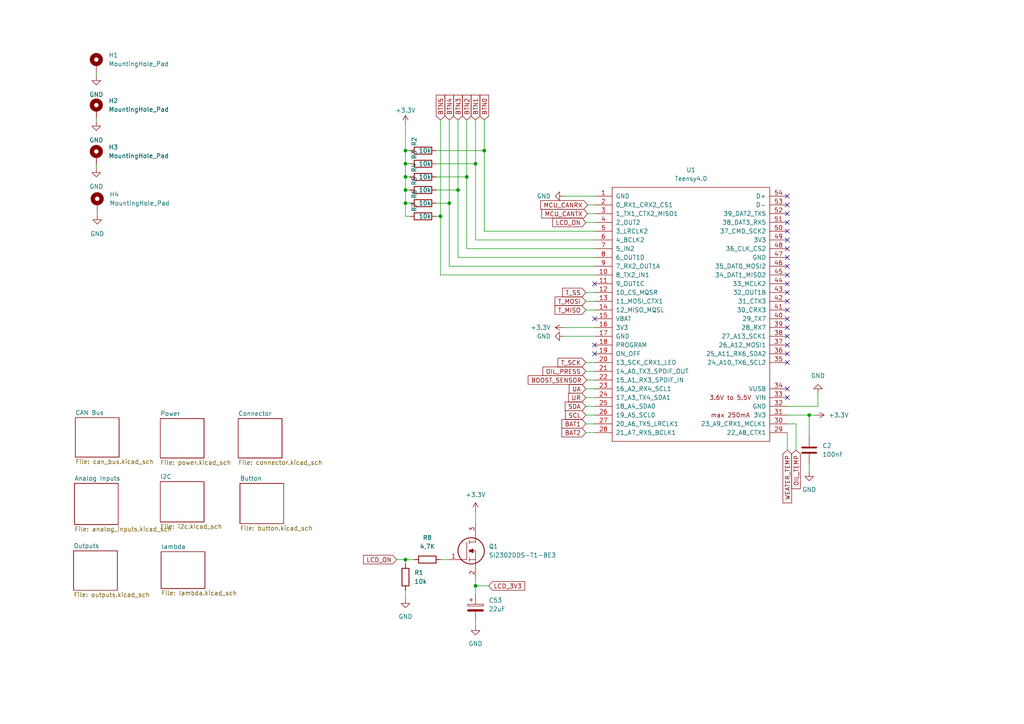
<source format=kicad_sch>
(kicad_sch (version 20230121) (generator eeschema)

  (uuid b52cb6cc-e548-4f7b-a39a-793f2389ec7d)

  (paper "A4")

  (title_block
    (title "\"MicroKI\" - Digitale Zusatzanzeigen")
    (date "2023-12-09")
    (rev "P1.1")
    (company "Sascha Werblow aka. LitoWelt")
    (comment 1 "www.github.com/Xilent2010/MicroKI")
    (comment 2 "www.facebook.com/litowelt")
    (comment 3 "www.instagram.com/litowelt")
    (comment 4 "www.litowelt.com")
  )

  (lib_symbols
    (symbol "Device:C" (pin_numbers hide) (pin_names (offset 0.254)) (in_bom yes) (on_board yes)
      (property "Reference" "C" (at 0.635 2.54 0)
        (effects (font (size 1.27 1.27)) (justify left))
      )
      (property "Value" "C" (at 0.635 -2.54 0)
        (effects (font (size 1.27 1.27)) (justify left))
      )
      (property "Footprint" "" (at 0.9652 -3.81 0)
        (effects (font (size 1.27 1.27)) hide)
      )
      (property "Datasheet" "~" (at 0 0 0)
        (effects (font (size 1.27 1.27)) hide)
      )
      (property "ki_keywords" "cap capacitor" (at 0 0 0)
        (effects (font (size 1.27 1.27)) hide)
      )
      (property "ki_description" "Unpolarized capacitor" (at 0 0 0)
        (effects (font (size 1.27 1.27)) hide)
      )
      (property "ki_fp_filters" "C_*" (at 0 0 0)
        (effects (font (size 1.27 1.27)) hide)
      )
      (symbol "C_0_1"
        (polyline
          (pts
            (xy -2.032 -0.762)
            (xy 2.032 -0.762)
          )
          (stroke (width 0.508) (type default))
          (fill (type none))
        )
        (polyline
          (pts
            (xy -2.032 0.762)
            (xy 2.032 0.762)
          )
          (stroke (width 0.508) (type default))
          (fill (type none))
        )
      )
      (symbol "C_1_1"
        (pin passive line (at 0 3.81 270) (length 2.794)
          (name "~" (effects (font (size 1.27 1.27))))
          (number "1" (effects (font (size 1.27 1.27))))
        )
        (pin passive line (at 0 -3.81 90) (length 2.794)
          (name "~" (effects (font (size 1.27 1.27))))
          (number "2" (effects (font (size 1.27 1.27))))
        )
      )
    )
    (symbol "Device:C_Polarized" (pin_numbers hide) (pin_names (offset 0.254)) (in_bom yes) (on_board yes)
      (property "Reference" "C" (at 0.635 2.54 0)
        (effects (font (size 1.27 1.27)) (justify left))
      )
      (property "Value" "C_Polarized" (at 0.635 -2.54 0)
        (effects (font (size 1.27 1.27)) (justify left))
      )
      (property "Footprint" "" (at 0.9652 -3.81 0)
        (effects (font (size 1.27 1.27)) hide)
      )
      (property "Datasheet" "~" (at 0 0 0)
        (effects (font (size 1.27 1.27)) hide)
      )
      (property "ki_keywords" "cap capacitor" (at 0 0 0)
        (effects (font (size 1.27 1.27)) hide)
      )
      (property "ki_description" "Polarized capacitor" (at 0 0 0)
        (effects (font (size 1.27 1.27)) hide)
      )
      (property "ki_fp_filters" "CP_*" (at 0 0 0)
        (effects (font (size 1.27 1.27)) hide)
      )
      (symbol "C_Polarized_0_1"
        (rectangle (start -2.286 0.508) (end 2.286 1.016)
          (stroke (width 0) (type default))
          (fill (type none))
        )
        (polyline
          (pts
            (xy -1.778 2.286)
            (xy -0.762 2.286)
          )
          (stroke (width 0) (type default))
          (fill (type none))
        )
        (polyline
          (pts
            (xy -1.27 2.794)
            (xy -1.27 1.778)
          )
          (stroke (width 0) (type default))
          (fill (type none))
        )
        (rectangle (start 2.286 -0.508) (end -2.286 -1.016)
          (stroke (width 0) (type default))
          (fill (type outline))
        )
      )
      (symbol "C_Polarized_1_1"
        (pin passive line (at 0 3.81 270) (length 2.794)
          (name "~" (effects (font (size 1.27 1.27))))
          (number "1" (effects (font (size 1.27 1.27))))
        )
        (pin passive line (at 0 -3.81 90) (length 2.794)
          (name "~" (effects (font (size 1.27 1.27))))
          (number "2" (effects (font (size 1.27 1.27))))
        )
      )
    )
    (symbol "Device:R" (pin_numbers hide) (pin_names (offset 0)) (in_bom yes) (on_board yes)
      (property "Reference" "R" (at 2.032 0 90)
        (effects (font (size 1.27 1.27)))
      )
      (property "Value" "R" (at 0 0 90)
        (effects (font (size 1.27 1.27)))
      )
      (property "Footprint" "" (at -1.778 0 90)
        (effects (font (size 1.27 1.27)) hide)
      )
      (property "Datasheet" "~" (at 0 0 0)
        (effects (font (size 1.27 1.27)) hide)
      )
      (property "ki_keywords" "R res resistor" (at 0 0 0)
        (effects (font (size 1.27 1.27)) hide)
      )
      (property "ki_description" "Resistor" (at 0 0 0)
        (effects (font (size 1.27 1.27)) hide)
      )
      (property "ki_fp_filters" "R_*" (at 0 0 0)
        (effects (font (size 1.27 1.27)) hide)
      )
      (symbol "R_0_1"
        (rectangle (start -1.016 -2.54) (end 1.016 2.54)
          (stroke (width 0.254) (type default))
          (fill (type none))
        )
      )
      (symbol "R_1_1"
        (pin passive line (at 0 3.81 270) (length 1.27)
          (name "~" (effects (font (size 1.27 1.27))))
          (number "1" (effects (font (size 1.27 1.27))))
        )
        (pin passive line (at 0 -3.81 90) (length 1.27)
          (name "~" (effects (font (size 1.27 1.27))))
          (number "2" (effects (font (size 1.27 1.27))))
        )
      )
    )
    (symbol "Mechanical:MountingHole_Pad" (pin_numbers hide) (pin_names (offset 1.016) hide) (in_bom yes) (on_board yes)
      (property "Reference" "H" (at 0 6.35 0)
        (effects (font (size 1.27 1.27)))
      )
      (property "Value" "MountingHole_Pad" (at 0 4.445 0)
        (effects (font (size 1.27 1.27)))
      )
      (property "Footprint" "" (at 0 0 0)
        (effects (font (size 1.27 1.27)) hide)
      )
      (property "Datasheet" "~" (at 0 0 0)
        (effects (font (size 1.27 1.27)) hide)
      )
      (property "ki_keywords" "mounting hole" (at 0 0 0)
        (effects (font (size 1.27 1.27)) hide)
      )
      (property "ki_description" "Mounting Hole with connection" (at 0 0 0)
        (effects (font (size 1.27 1.27)) hide)
      )
      (property "ki_fp_filters" "MountingHole*Pad*" (at 0 0 0)
        (effects (font (size 1.27 1.27)) hide)
      )
      (symbol "MountingHole_Pad_0_1"
        (circle (center 0 1.27) (radius 1.27)
          (stroke (width 1.27) (type default))
          (fill (type none))
        )
      )
      (symbol "MountingHole_Pad_1_1"
        (pin input line (at 0 -2.54 90) (length 2.54)
          (name "1" (effects (font (size 1.27 1.27))))
          (number "1" (effects (font (size 1.27 1.27))))
        )
      )
    )
    (symbol "SamacSys_Parts:SI2302DDS-T1-BE3" (pin_names (offset 0.762)) (in_bom yes) (on_board yes)
      (property "Reference" "Q" (at 11.43 3.81 0)
        (effects (font (size 1.27 1.27)) (justify left))
      )
      (property "Value" "SI2302DDS-T1-BE3" (at 11.43 1.27 0)
        (effects (font (size 1.27 1.27)) (justify left))
      )
      (property "Footprint" "SOT95P237X112-3N" (at 11.43 -1.27 0)
        (effects (font (size 1.27 1.27)) (justify left) hide)
      )
      (property "Datasheet" "https://www.arrow.com/en/products/si2302dds-t1-be3/vishay?region=nac" (at 11.43 -3.81 0)
        (effects (font (size 1.27 1.27)) (justify left) hide)
      )
      (property "Description" "MOSFET N-CHANNEL 20-V (D-S)" (at 11.43 -6.35 0)
        (effects (font (size 1.27 1.27)) (justify left) hide)
      )
      (property "Height" "1.12" (at 11.43 -8.89 0)
        (effects (font (size 1.27 1.27)) (justify left) hide)
      )
      (property "Mouser Part Number" "78-SI2302DDS-T1-BE3" (at 11.43 -11.43 0)
        (effects (font (size 1.27 1.27)) (justify left) hide)
      )
      (property "Mouser Price/Stock" "https://www.mouser.co.uk/ProductDetail/Vishay-Siliconix/SI2302DDS-T1-BE3?qs=CiayqK2gdcL2S0Jl0agiZg%3D%3D" (at 11.43 -13.97 0)
        (effects (font (size 1.27 1.27)) (justify left) hide)
      )
      (property "Manufacturer_Name" "Vishay" (at 11.43 -16.51 0)
        (effects (font (size 1.27 1.27)) (justify left) hide)
      )
      (property "Manufacturer_Part_Number" "SI2302DDS-T1-BE3" (at 11.43 -19.05 0)
        (effects (font (size 1.27 1.27)) (justify left) hide)
      )
      (property "ki_description" "MOSFET N-CHANNEL 20-V (D-S)" (at 0 0 0)
        (effects (font (size 1.27 1.27)) hide)
      )
      (symbol "SI2302DDS-T1-BE3_0_0"
        (pin passive line (at 0 0 0) (length 2.54)
          (name "~" (effects (font (size 1.27 1.27))))
          (number "1" (effects (font (size 1.27 1.27))))
        )
        (pin passive line (at 7.62 -5.08 90) (length 2.54)
          (name "~" (effects (font (size 1.27 1.27))))
          (number "2" (effects (font (size 1.27 1.27))))
        )
        (pin passive line (at 7.62 10.16 270) (length 2.54)
          (name "~" (effects (font (size 1.27 1.27))))
          (number "3" (effects (font (size 1.27 1.27))))
        )
      )
      (symbol "SI2302DDS-T1-BE3_0_1"
        (polyline
          (pts
            (xy 5.842 -0.508)
            (xy 5.842 0.508)
          )
          (stroke (width 0.1524) (type solid))
          (fill (type none))
        )
        (polyline
          (pts
            (xy 5.842 0)
            (xy 7.62 0)
          )
          (stroke (width 0.1524) (type solid))
          (fill (type none))
        )
        (polyline
          (pts
            (xy 5.842 2.032)
            (xy 5.842 3.048)
          )
          (stroke (width 0.1524) (type solid))
          (fill (type none))
        )
        (polyline
          (pts
            (xy 5.842 5.588)
            (xy 5.842 4.572)
          )
          (stroke (width 0.1524) (type solid))
          (fill (type none))
        )
        (polyline
          (pts
            (xy 7.62 2.54)
            (xy 5.842 2.54)
          )
          (stroke (width 0.1524) (type solid))
          (fill (type none))
        )
        (polyline
          (pts
            (xy 7.62 2.54)
            (xy 7.62 -2.54)
          )
          (stroke (width 0.1524) (type solid))
          (fill (type none))
        )
        (polyline
          (pts
            (xy 7.62 5.08)
            (xy 5.842 5.08)
          )
          (stroke (width 0.1524) (type solid))
          (fill (type none))
        )
        (polyline
          (pts
            (xy 7.62 5.08)
            (xy 7.62 7.62)
          )
          (stroke (width 0.1524) (type solid))
          (fill (type none))
        )
        (polyline
          (pts
            (xy 2.54 0)
            (xy 5.08 0)
            (xy 5.08 5.08)
          )
          (stroke (width 0.1524) (type solid))
          (fill (type none))
        )
        (polyline
          (pts
            (xy 5.842 2.54)
            (xy 6.858 3.048)
            (xy 6.858 2.032)
            (xy 5.842 2.54)
          )
          (stroke (width 0.254) (type solid))
          (fill (type outline))
        )
        (circle (center 6.35 2.54) (radius 3.81)
          (stroke (width 0.254) (type solid))
          (fill (type none))
        )
      )
    )
    (symbol "power:+3.3V" (power) (pin_names (offset 0)) (in_bom yes) (on_board yes)
      (property "Reference" "#PWR" (at 0 -3.81 0)
        (effects (font (size 1.27 1.27)) hide)
      )
      (property "Value" "+3.3V" (at 0 3.556 0)
        (effects (font (size 1.27 1.27)))
      )
      (property "Footprint" "" (at 0 0 0)
        (effects (font (size 1.27 1.27)) hide)
      )
      (property "Datasheet" "" (at 0 0 0)
        (effects (font (size 1.27 1.27)) hide)
      )
      (property "ki_keywords" "global power" (at 0 0 0)
        (effects (font (size 1.27 1.27)) hide)
      )
      (property "ki_description" "Power symbol creates a global label with name \"+3.3V\"" (at 0 0 0)
        (effects (font (size 1.27 1.27)) hide)
      )
      (symbol "+3.3V_0_1"
        (polyline
          (pts
            (xy -0.762 1.27)
            (xy 0 2.54)
          )
          (stroke (width 0) (type default))
          (fill (type none))
        )
        (polyline
          (pts
            (xy 0 0)
            (xy 0 2.54)
          )
          (stroke (width 0) (type default))
          (fill (type none))
        )
        (polyline
          (pts
            (xy 0 2.54)
            (xy 0.762 1.27)
          )
          (stroke (width 0) (type default))
          (fill (type none))
        )
      )
      (symbol "+3.3V_1_1"
        (pin power_in line (at 0 0 90) (length 0) hide
          (name "+3.3V" (effects (font (size 1.27 1.27))))
          (number "1" (effects (font (size 1.27 1.27))))
        )
      )
    )
    (symbol "power:GND" (power) (pin_names (offset 0)) (in_bom yes) (on_board yes)
      (property "Reference" "#PWR" (at 0 -6.35 0)
        (effects (font (size 1.27 1.27)) hide)
      )
      (property "Value" "GND" (at 0 -3.81 0)
        (effects (font (size 1.27 1.27)))
      )
      (property "Footprint" "" (at 0 0 0)
        (effects (font (size 1.27 1.27)) hide)
      )
      (property "Datasheet" "" (at 0 0 0)
        (effects (font (size 1.27 1.27)) hide)
      )
      (property "ki_keywords" "global power" (at 0 0 0)
        (effects (font (size 1.27 1.27)) hide)
      )
      (property "ki_description" "Power symbol creates a global label with name \"GND\" , ground" (at 0 0 0)
        (effects (font (size 1.27 1.27)) hide)
      )
      (symbol "GND_0_1"
        (polyline
          (pts
            (xy 0 0)
            (xy 0 -1.27)
            (xy 1.27 -1.27)
            (xy 0 -2.54)
            (xy -1.27 -1.27)
            (xy 0 -1.27)
          )
          (stroke (width 0) (type default))
          (fill (type none))
        )
      )
      (symbol "GND_1_1"
        (pin power_in line (at 0 0 270) (length 0) hide
          (name "GND" (effects (font (size 1.27 1.27))))
          (number "1" (effects (font (size 1.27 1.27))))
        )
      )
    )
    (symbol "teensy:Teensy4.0" (pin_names (offset 1.016)) (in_bom yes) (on_board yes)
      (property "Reference" "U" (at 0 39.37 0)
        (effects (font (size 1.27 1.27)))
      )
      (property "Value" "Teensy4.0" (at 0 -39.37 0)
        (effects (font (size 1.27 1.27)))
      )
      (property "Footprint" "" (at -10.16 5.08 0)
        (effects (font (size 1.27 1.27)) hide)
      )
      (property "Datasheet" "" (at -10.16 5.08 0)
        (effects (font (size 1.27 1.27)) hide)
      )
      (symbol "Teensy4.0_0_0"
        (text "3.6V to 5.5V" (at 11.43 -24.13 0)
          (effects (font (size 1.27 1.27)))
        )
        (text "max 250mA" (at 11.43 -29.21 0)
          (effects (font (size 1.27 1.27)))
        )
        (pin bidirectional line (at -27.94 11.43 0) (length 5.08)
          (name "8_TX2_IN1" (effects (font (size 1.27 1.27))))
          (number "10" (effects (font (size 1.27 1.27))))
        )
        (pin bidirectional line (at -27.94 8.89 0) (length 5.08)
          (name "9_OUT1C" (effects (font (size 1.27 1.27))))
          (number "11" (effects (font (size 1.27 1.27))))
        )
        (pin bidirectional line (at -27.94 6.35 0) (length 5.08)
          (name "10_CS_MQSR" (effects (font (size 1.27 1.27))))
          (number "12" (effects (font (size 1.27 1.27))))
        )
        (pin bidirectional line (at -27.94 3.81 0) (length 5.08)
          (name "11_MOSI_CTX1" (effects (font (size 1.27 1.27))))
          (number "13" (effects (font (size 1.27 1.27))))
        )
        (pin bidirectional line (at -27.94 1.27 0) (length 5.08)
          (name "12_MISO_MQSL" (effects (font (size 1.27 1.27))))
          (number "14" (effects (font (size 1.27 1.27))))
        )
        (pin power_in line (at -27.94 -1.27 0) (length 5.08)
          (name "VBAT" (effects (font (size 1.27 1.27))))
          (number "15" (effects (font (size 1.27 1.27))))
        )
        (pin power_in line (at -27.94 -3.81 0) (length 5.08)
          (name "3V3" (effects (font (size 1.27 1.27))))
          (number "16" (effects (font (size 1.27 1.27))))
        )
        (pin power_in line (at -27.94 -6.35 0) (length 5.08)
          (name "GND" (effects (font (size 1.27 1.27))))
          (number "17" (effects (font (size 1.27 1.27))))
        )
        (pin input line (at -27.94 -8.89 0) (length 5.08)
          (name "PROGRAM" (effects (font (size 1.27 1.27))))
          (number "18" (effects (font (size 1.27 1.27))))
        )
        (pin input line (at -27.94 -11.43 0) (length 5.08)
          (name "ON_OFF" (effects (font (size 1.27 1.27))))
          (number "19" (effects (font (size 1.27 1.27))))
        )
        (pin bidirectional line (at -27.94 -13.97 0) (length 5.08)
          (name "13_SCK_CRX1_LED" (effects (font (size 1.27 1.27))))
          (number "20" (effects (font (size 1.27 1.27))))
        )
        (pin bidirectional line (at -27.94 -16.51 0) (length 5.08)
          (name "14_A0_TX3_SPDIF_OUT" (effects (font (size 1.27 1.27))))
          (number "21" (effects (font (size 1.27 1.27))))
        )
        (pin bidirectional line (at -27.94 -19.05 0) (length 5.08)
          (name "15_A1_RX3_SPDIF_IN" (effects (font (size 1.27 1.27))))
          (number "22" (effects (font (size 1.27 1.27))))
        )
        (pin bidirectional line (at -27.94 -21.59 0) (length 5.08)
          (name "16_A2_RX4_SCL1" (effects (font (size 1.27 1.27))))
          (number "23" (effects (font (size 1.27 1.27))))
        )
        (pin bidirectional line (at -27.94 -24.13 0) (length 5.08)
          (name "17_A3_TX4_SDA1" (effects (font (size 1.27 1.27))))
          (number "24" (effects (font (size 1.27 1.27))))
        )
        (pin bidirectional line (at -27.94 -26.67 0) (length 5.08)
          (name "18_A4_SDA0" (effects (font (size 1.27 1.27))))
          (number "25" (effects (font (size 1.27 1.27))))
        )
        (pin bidirectional line (at -27.94 -29.21 0) (length 5.08)
          (name "19_A5_SCL0" (effects (font (size 1.27 1.27))))
          (number "26" (effects (font (size 1.27 1.27))))
        )
        (pin bidirectional line (at -27.94 -31.75 0) (length 5.08)
          (name "20_A6_TX5_LRCLK1" (effects (font (size 1.27 1.27))))
          (number "27" (effects (font (size 1.27 1.27))))
        )
        (pin bidirectional line (at -27.94 -34.29 0) (length 5.08)
          (name "21_A7_RX5_BCLK1" (effects (font (size 1.27 1.27))))
          (number "28" (effects (font (size 1.27 1.27))))
        )
        (pin bidirectional line (at 27.94 -34.29 180) (length 5.08)
          (name "22_A8_CTX1" (effects (font (size 1.27 1.27))))
          (number "29" (effects (font (size 1.27 1.27))))
        )
        (pin bidirectional line (at 27.94 -31.75 180) (length 5.08)
          (name "23_A9_CRX1_MCLK1" (effects (font (size 1.27 1.27))))
          (number "30" (effects (font (size 1.27 1.27))))
        )
        (pin power_out line (at 27.94 -29.21 180) (length 5.08)
          (name "3V3" (effects (font (size 1.27 1.27))))
          (number "31" (effects (font (size 1.27 1.27))))
        )
        (pin power_in line (at 27.94 -26.67 180) (length 5.08)
          (name "GND" (effects (font (size 1.27 1.27))))
          (number "32" (effects (font (size 1.27 1.27))))
        )
        (pin power_in line (at 27.94 -24.13 180) (length 5.08)
          (name "VIN" (effects (font (size 1.27 1.27))))
          (number "33" (effects (font (size 1.27 1.27))))
        )
        (pin power_out line (at 27.94 -21.59 180) (length 5.08)
          (name "VUSB" (effects (font (size 1.27 1.27))))
          (number "34" (effects (font (size 1.27 1.27))))
        )
        (pin bidirectional line (at 27.94 -13.97 180) (length 5.08)
          (name "24_A10_TX6_SCL2" (effects (font (size 1.27 1.27))))
          (number "35" (effects (font (size 1.27 1.27))))
        )
        (pin bidirectional line (at 27.94 -11.43 180) (length 5.08)
          (name "25_A11_RX6_SDA2" (effects (font (size 1.27 1.27))))
          (number "36" (effects (font (size 1.27 1.27))))
        )
        (pin bidirectional line (at 27.94 -8.89 180) (length 5.08)
          (name "26_A12_MOSI1" (effects (font (size 1.27 1.27))))
          (number "37" (effects (font (size 1.27 1.27))))
        )
        (pin bidirectional line (at 27.94 -6.35 180) (length 5.08)
          (name "27_A13_SCK1" (effects (font (size 1.27 1.27))))
          (number "38" (effects (font (size 1.27 1.27))))
        )
        (pin bidirectional line (at 27.94 -3.81 180) (length 5.08)
          (name "28_RX7" (effects (font (size 1.27 1.27))))
          (number "39" (effects (font (size 1.27 1.27))))
        )
        (pin bidirectional line (at 27.94 -1.27 180) (length 5.08)
          (name "29_TX7" (effects (font (size 1.27 1.27))))
          (number "40" (effects (font (size 1.27 1.27))))
        )
        (pin bidirectional line (at 27.94 1.27 180) (length 5.08)
          (name "30_CRX3" (effects (font (size 1.27 1.27))))
          (number "41" (effects (font (size 1.27 1.27))))
        )
        (pin bidirectional line (at 27.94 3.81 180) (length 5.08)
          (name "31_CTX3" (effects (font (size 1.27 1.27))))
          (number "42" (effects (font (size 1.27 1.27))))
        )
        (pin bidirectional line (at 27.94 6.35 180) (length 5.08)
          (name "32_OUT1B" (effects (font (size 1.27 1.27))))
          (number "43" (effects (font (size 1.27 1.27))))
        )
        (pin bidirectional line (at 27.94 8.89 180) (length 5.08)
          (name "33_MCLK2" (effects (font (size 1.27 1.27))))
          (number "44" (effects (font (size 1.27 1.27))))
        )
        (pin bidirectional line (at 27.94 11.43 180) (length 5.08)
          (name "34_DAT1_MISO2" (effects (font (size 1.27 1.27))))
          (number "45" (effects (font (size 1.27 1.27))))
        )
        (pin bidirectional line (at 27.94 13.97 180) (length 5.08)
          (name "35_DAT0_MOSI2" (effects (font (size 1.27 1.27))))
          (number "46" (effects (font (size 1.27 1.27))))
        )
        (pin power_out line (at 27.94 16.51 180) (length 5.08)
          (name "GND" (effects (font (size 1.27 1.27))))
          (number "47" (effects (font (size 1.27 1.27))))
        )
        (pin bidirectional line (at 27.94 19.05 180) (length 5.08)
          (name "36_CLK_CS2" (effects (font (size 1.27 1.27))))
          (number "48" (effects (font (size 1.27 1.27))))
        )
        (pin power_out line (at 27.94 21.59 180) (length 5.08)
          (name "3V3" (effects (font (size 1.27 1.27))))
          (number "49" (effects (font (size 1.27 1.27))))
        )
        (pin bidirectional line (at -27.94 24.13 0) (length 5.08)
          (name "3_LRCLK2" (effects (font (size 1.27 1.27))))
          (number "5" (effects (font (size 1.27 1.27))))
        )
        (pin bidirectional line (at 27.94 24.13 180) (length 5.08)
          (name "37_CMD_SCK2" (effects (font (size 1.27 1.27))))
          (number "50" (effects (font (size 1.27 1.27))))
        )
        (pin bidirectional line (at 27.94 26.67 180) (length 5.08)
          (name "38_DAT3_RX5" (effects (font (size 1.27 1.27))))
          (number "51" (effects (font (size 1.27 1.27))))
        )
        (pin bidirectional line (at 27.94 29.21 180) (length 5.08)
          (name "39_DAT2_TX5" (effects (font (size 1.27 1.27))))
          (number "52" (effects (font (size 1.27 1.27))))
        )
        (pin bidirectional line (at 27.94 31.75 180) (length 5.08)
          (name "D-" (effects (font (size 1.27 1.27))))
          (number "53" (effects (font (size 1.27 1.27))))
        )
        (pin bidirectional line (at 27.94 34.29 180) (length 5.08)
          (name "D+" (effects (font (size 1.27 1.27))))
          (number "54" (effects (font (size 1.27 1.27))))
        )
        (pin bidirectional line (at -27.94 21.59 0) (length 5.08)
          (name "4_BCLK2" (effects (font (size 1.27 1.27))))
          (number "6" (effects (font (size 1.27 1.27))))
        )
        (pin bidirectional line (at -27.94 19.05 0) (length 5.08)
          (name "5_IN2" (effects (font (size 1.27 1.27))))
          (number "7" (effects (font (size 1.27 1.27))))
        )
        (pin bidirectional line (at -27.94 16.51 0) (length 5.08)
          (name "6_OUT1D" (effects (font (size 1.27 1.27))))
          (number "8" (effects (font (size 1.27 1.27))))
        )
        (pin bidirectional line (at -27.94 13.97 0) (length 5.08)
          (name "7_RX2_OUT1A" (effects (font (size 1.27 1.27))))
          (number "9" (effects (font (size 1.27 1.27))))
        )
      )
      (symbol "Teensy4.0_0_1"
        (rectangle (start -22.86 36.83) (end 22.86 -36.83)
          (stroke (width 0) (type solid))
          (fill (type none))
        )
        (rectangle (start -20.32 -31.75) (end -20.32 -31.75)
          (stroke (width 0) (type solid))
          (fill (type none))
        )
      )
      (symbol "Teensy4.0_1_1"
        (pin power_in line (at -27.94 34.29 0) (length 5.08)
          (name "GND" (effects (font (size 1.27 1.27))))
          (number "1" (effects (font (size 1.27 1.27))))
        )
        (pin bidirectional line (at -27.94 31.75 0) (length 5.08)
          (name "0_RX1_CRX2_CS1" (effects (font (size 1.27 1.27))))
          (number "2" (effects (font (size 1.27 1.27))))
        )
        (pin bidirectional line (at -27.94 29.21 0) (length 5.08)
          (name "1_TX1_CTX2_MISO1" (effects (font (size 1.27 1.27))))
          (number "3" (effects (font (size 1.27 1.27))))
        )
        (pin bidirectional line (at -27.94 26.67 0) (length 5.08)
          (name "2_OUT2" (effects (font (size 1.27 1.27))))
          (number "4" (effects (font (size 1.27 1.27))))
        )
      )
    )
  )

  (junction (at 127.762 62.738) (diameter 0) (color 0 0 0 0)
    (uuid 0770205d-25df-4c77-8ea1-566f8f65f943)
  )
  (junction (at 234.696 120.396) (diameter 0) (color 0 0 0 0)
    (uuid 0e9d8fce-ccee-4661-9880-8e4599c4f3c6)
  )
  (junction (at 117.602 58.928) (diameter 0) (color 0 0 0 0)
    (uuid 1f83c212-bb86-4b22-9576-ee1af7aeb318)
  )
  (junction (at 117.602 51.308) (diameter 0) (color 0 0 0 0)
    (uuid 2521857c-fca7-42bb-a142-0289f0acdac0)
  )
  (junction (at 137.922 169.926) (diameter 0) (color 0 0 0 0)
    (uuid 46ef692f-cb2e-408a-8b77-7da9ba6637ac)
  )
  (junction (at 130.302 58.928) (diameter 0) (color 0 0 0 0)
    (uuid 68bf47a9-63ea-4817-ad25-b0198368ea75)
  )
  (junction (at 135.382 51.308) (diameter 0) (color 0 0 0 0)
    (uuid 6b9b39f7-6a57-42aa-9b0b-af0d76dab829)
  )
  (junction (at 117.602 55.118) (diameter 0) (color 0 0 0 0)
    (uuid 8133582a-80ea-4f8a-935e-f3573447004b)
  )
  (junction (at 117.602 47.498) (diameter 0) (color 0 0 0 0)
    (uuid b1438495-c4f6-4a6c-b60d-f40a732d3d56)
  )
  (junction (at 117.602 43.688) (diameter 0) (color 0 0 0 0)
    (uuid b50f446c-899b-48e7-a0ab-7917a1125095)
  )
  (junction (at 140.462 43.688) (diameter 0) (color 0 0 0 0)
    (uuid c372bc54-ba40-4af0-9ec7-56586589fbb6)
  )
  (junction (at 117.602 162.306) (diameter 0) (color 0 0 0 0)
    (uuid cdd938b2-3747-40cc-9269-cccbe1b63e6a)
  )
  (junction (at 132.842 55.118) (diameter 0) (color 0 0 0 0)
    (uuid d0832dcb-39c4-4b98-bc00-b085dbc5e12d)
  )
  (junction (at 137.922 47.498) (diameter 0) (color 0 0 0 0)
    (uuid eaab1541-fca0-4106-a01e-cca3b3f2af3c)
  )

  (no_connect (at 228.346 74.676) (uuid 08e09dd1-e9c5-4f68-9808-65bcf77f5fd4))
  (no_connect (at 228.346 61.976) (uuid 09b5a1c4-1a2a-408b-972c-5912034bca91))
  (no_connect (at 228.346 105.156) (uuid 1182bfd0-b3d2-4cd4-8b24-614460bf849f))
  (no_connect (at 228.346 79.756) (uuid 2b78dcea-47ea-4688-861b-1c9a2bc09a79))
  (no_connect (at 228.346 72.136) (uuid 38d02289-e59d-4c8b-a639-a5789eace162))
  (no_connect (at 228.346 115.316) (uuid 3b1631cf-a712-41d1-a123-e45d7230b600))
  (no_connect (at 228.346 100.076) (uuid 3d6db78a-be56-4d90-8b20-96107695358b))
  (no_connect (at 228.346 64.516) (uuid 3d86566f-ce1b-4d42-8581-4c8dae0d02bb))
  (no_connect (at 228.346 77.216) (uuid 3e34c9cc-ec82-438b-97b7-6e5e2be48ab6))
  (no_connect (at 172.466 102.616) (uuid 49444bd3-8cb8-43d7-b1ec-7c61d15168c4))
  (no_connect (at 228.346 97.536) (uuid 6517a0ff-7a1f-4cf3-93f4-509d71135581))
  (no_connect (at 172.466 92.456) (uuid 67626204-47c5-4345-a4c1-f81719aa642a))
  (no_connect (at 228.346 67.056) (uuid 88e178af-f117-4d88-93ed-5c160730fda5))
  (no_connect (at 228.346 69.596) (uuid a554db7b-58a6-453c-a161-9ab393dcb836))
  (no_connect (at 228.346 84.836) (uuid a7d770a5-b4de-4a54-81e0-cf7b392aa29b))
  (no_connect (at 172.466 100.076) (uuid b275b7eb-20fb-4409-b2be-ee57d46e3497))
  (no_connect (at 228.346 89.916) (uuid b3a40927-b825-45ff-b64b-8210300a8233))
  (no_connect (at 228.346 102.616) (uuid bdf942ff-6ba3-457a-b560-e5a7df4b6760))
  (no_connect (at 172.466 82.296) (uuid bed69f10-bb5c-4ebb-afd9-124472329ca6))
  (no_connect (at 228.346 87.376) (uuid c965a6de-f15a-488c-ae73-0fe7877b729e))
  (no_connect (at 228.346 92.456) (uuid ce194bb0-c042-422b-82e7-7a8584508bc2))
  (no_connect (at 228.346 59.436) (uuid d7c38f62-f9fe-46a7-993a-c6abcc675da2))
  (no_connect (at 228.346 82.296) (uuid dbd4f07c-8374-4087-800f-be1dd0db992e))
  (no_connect (at 228.346 94.996) (uuid e34a34f0-6e11-4ccc-8582-fb5c15349be8))
  (no_connect (at 228.346 56.896) (uuid f2970f9c-3697-44d0-9e8c-0d4923657c64))
  (no_connect (at 228.346 112.776) (uuid f79928df-2697-4dae-b983-d386c6be44d6))

  (wire (pts (xy 135.382 51.308) (xy 135.382 72.136))
    (stroke (width 0) (type default))
    (uuid 01f0f60d-f836-4c0d-8b0d-59da5d5c6e49)
  )
  (wire (pts (xy 27.94 21.082) (xy 27.94 22.098))
    (stroke (width 0) (type default))
    (uuid 0547bb6c-0509-4cd1-9152-bb544df2be08)
  )
  (wire (pts (xy 117.602 171.196) (xy 117.602 173.736))
    (stroke (width 0) (type default))
    (uuid 078cbf15-8160-407d-902e-82f13f46db7d)
  )
  (wire (pts (xy 132.842 74.676) (xy 172.466 74.676))
    (stroke (width 0) (type default))
    (uuid 09146e84-06bd-4072-aec7-8c7758fc0b37)
  )
  (wire (pts (xy 117.602 162.306) (xy 120.142 162.306))
    (stroke (width 0) (type default))
    (uuid 0b5b1d63-4e2b-4113-b5ca-06b0f1e8493b)
  )
  (wire (pts (xy 117.602 58.928) (xy 117.602 62.738))
    (stroke (width 0) (type default))
    (uuid 0d2ed8fb-828c-425f-ab9e-4da92476d4bb)
  )
  (wire (pts (xy 135.382 51.308) (xy 126.492 51.308))
    (stroke (width 0) (type default))
    (uuid 11faccb5-d445-4b5d-8122-4adcbc3bbcad)
  )
  (wire (pts (xy 170.434 59.436) (xy 172.466 59.436))
    (stroke (width 0) (type default))
    (uuid 12c83ba9-3ee0-41d4-8b08-4725c558af13)
  )
  (wire (pts (xy 117.602 47.498) (xy 117.602 51.308))
    (stroke (width 0) (type default))
    (uuid 13a4be19-1014-48ed-af3a-315bcd00bb3a)
  )
  (wire (pts (xy 137.922 69.596) (xy 172.466 69.596))
    (stroke (width 0) (type default))
    (uuid 188edc90-c4aa-436b-aebf-5511964b3879)
  )
  (wire (pts (xy 169.926 112.776) (xy 172.466 112.776))
    (stroke (width 0) (type default))
    (uuid 18cd55ae-65c1-4c12-ae18-914baf973ea5)
  )
  (wire (pts (xy 127.762 79.756) (xy 172.466 79.756))
    (stroke (width 0) (type default))
    (uuid 18d360b6-3889-416d-adbb-4b80814df156)
  )
  (wire (pts (xy 27.94 34.29) (xy 27.94 35.306))
    (stroke (width 0) (type default))
    (uuid 1ccf0a07-1bb3-4ded-a228-4091eb11742a)
  )
  (wire (pts (xy 172.466 77.216) (xy 130.302 77.216))
    (stroke (width 0) (type default))
    (uuid 1d354d28-53da-4b01-bc05-ec2311352d84)
  )
  (wire (pts (xy 135.382 51.308) (xy 135.382 34.798))
    (stroke (width 0) (type default))
    (uuid 1d7d6bed-edeb-489c-944d-632b4c228168)
  )
  (wire (pts (xy 140.462 67.056) (xy 172.466 67.056))
    (stroke (width 0) (type default))
    (uuid 215c71d6-d49c-4903-856b-1b7926460c8d)
  )
  (wire (pts (xy 137.922 47.498) (xy 137.922 69.596))
    (stroke (width 0) (type default))
    (uuid 29942d44-731e-4485-bf8e-f4a78b7e95dc)
  )
  (wire (pts (xy 169.926 117.856) (xy 172.466 117.856))
    (stroke (width 0) (type default))
    (uuid 3258d01e-3991-4a41-8f55-3ce81c19c31f)
  )
  (wire (pts (xy 140.462 43.688) (xy 140.462 67.056))
    (stroke (width 0) (type default))
    (uuid 345e3a0e-d5a9-4b32-817f-e12cf472a5a8)
  )
  (wire (pts (xy 117.602 163.576) (xy 117.602 162.306))
    (stroke (width 0) (type default))
    (uuid 3b1be803-c159-4c2a-9cde-a844778f1c6a)
  )
  (wire (pts (xy 169.926 87.376) (xy 172.466 87.376))
    (stroke (width 0) (type default))
    (uuid 3cd1e8d0-f3af-4637-be38-de5e9e7cb883)
  )
  (wire (pts (xy 234.696 120.396) (xy 236.474 120.396))
    (stroke (width 0) (type default))
    (uuid 4699b300-002b-4a59-a24f-536960b30e7b)
  )
  (wire (pts (xy 172.466 97.536) (xy 163.576 97.536))
    (stroke (width 0) (type default))
    (uuid 4cd00867-6618-439e-9bf0-cfe08dfcbdca)
  )
  (wire (pts (xy 28.194 61.468) (xy 28.194 62.484))
    (stroke (width 0) (type default))
    (uuid 519f1465-72f4-4ffc-9f65-2749b3fcd8f9)
  )
  (wire (pts (xy 169.926 120.396) (xy 172.466 120.396))
    (stroke (width 0) (type default))
    (uuid 53f52dce-55de-4bbe-ba4b-55641ad84801)
  )
  (wire (pts (xy 118.872 58.928) (xy 117.602 58.928))
    (stroke (width 0) (type default))
    (uuid 54178ed2-f883-40d2-9296-d2381501e138)
  )
  (wire (pts (xy 132.842 55.118) (xy 132.842 34.798))
    (stroke (width 0) (type default))
    (uuid 55a13e26-8e62-44c0-a947-eb3cca477274)
  )
  (wire (pts (xy 126.492 62.738) (xy 127.762 62.738))
    (stroke (width 0) (type default))
    (uuid 58e6d6af-b7eb-446d-89f9-db571711cc6f)
  )
  (wire (pts (xy 118.872 62.738) (xy 117.602 62.738))
    (stroke (width 0) (type default))
    (uuid 66dd4f77-c5ad-4fbe-99ef-f658f8b95665)
  )
  (wire (pts (xy 137.922 47.498) (xy 126.492 47.498))
    (stroke (width 0) (type default))
    (uuid 698e4e2f-a89a-4632-8f68-e44ae0d42a9a)
  )
  (wire (pts (xy 117.602 43.688) (xy 117.602 47.498))
    (stroke (width 0) (type default))
    (uuid 69fac887-22ce-440a-9ef9-a453445a0d6a)
  )
  (wire (pts (xy 230.886 122.936) (xy 230.886 130.556))
    (stroke (width 0) (type default))
    (uuid 6af7a04b-53d8-4aed-8f62-0a3ec6656095)
  )
  (wire (pts (xy 130.302 58.928) (xy 130.302 77.216))
    (stroke (width 0) (type default))
    (uuid 6ba669b6-b3c2-461f-936f-25b09bb64512)
  )
  (wire (pts (xy 127.762 162.306) (xy 130.302 162.306))
    (stroke (width 0) (type default))
    (uuid 6ca52da8-8c27-4f3e-bed0-61e0b0b0e4e2)
  )
  (wire (pts (xy 137.922 180.086) (xy 137.922 181.61))
    (stroke (width 0) (type default))
    (uuid 6cce03b9-b6bd-44f8-8f4b-f123e6b54a56)
  )
  (wire (pts (xy 137.922 169.926) (xy 141.732 169.926))
    (stroke (width 0) (type default))
    (uuid 6d294785-d048-4550-8abf-7cd55a49c9fb)
  )
  (wire (pts (xy 169.926 84.836) (xy 172.466 84.836))
    (stroke (width 0) (type default))
    (uuid 6eb93f7e-c3b2-4768-a701-40159ea7b95d)
  )
  (wire (pts (xy 169.926 105.156) (xy 172.466 105.156))
    (stroke (width 0) (type default))
    (uuid 7b1bab51-cd66-4569-b16e-68d53829e81e)
  )
  (wire (pts (xy 132.842 55.118) (xy 126.492 55.118))
    (stroke (width 0) (type default))
    (uuid 7bdca717-91c9-403f-a251-d1364af34532)
  )
  (wire (pts (xy 228.346 125.476) (xy 228.346 130.556))
    (stroke (width 0) (type default))
    (uuid 7d8705cd-9b00-4765-8ce1-afa3e9ff085c)
  )
  (wire (pts (xy 172.466 94.996) (xy 163.576 94.996))
    (stroke (width 0) (type default))
    (uuid 8318dbec-c425-4f00-a563-ec0e2ce85d12)
  )
  (wire (pts (xy 137.922 167.386) (xy 137.922 169.926))
    (stroke (width 0) (type default))
    (uuid 892013c6-6143-4bbf-87d7-9d61d638fa65)
  )
  (wire (pts (xy 127.762 34.798) (xy 127.762 62.738))
    (stroke (width 0) (type default))
    (uuid 8a19e90f-42ad-4357-96d0-510d8ec3b4d9)
  )
  (wire (pts (xy 237.236 114.046) (xy 237.236 117.856))
    (stroke (width 0) (type default))
    (uuid 8af24b7c-d852-48a1-bb9f-23b2f7cbd4c4)
  )
  (wire (pts (xy 132.842 55.118) (xy 132.842 74.676))
    (stroke (width 0) (type default))
    (uuid 8c956d00-3253-48ed-b1ce-b7013b338e52)
  )
  (wire (pts (xy 140.462 43.688) (xy 140.462 34.798))
    (stroke (width 0) (type default))
    (uuid 8ca2f600-a298-4124-bc2f-82ec610722c1)
  )
  (wire (pts (xy 117.602 55.118) (xy 117.602 58.928))
    (stroke (width 0) (type default))
    (uuid 8d2158c4-48f1-40e7-8d63-f23f746bf36c)
  )
  (wire (pts (xy 230.886 122.936) (xy 228.346 122.936))
    (stroke (width 0) (type default))
    (uuid 8f2582a2-1562-4063-8672-89890bf67a2c)
  )
  (wire (pts (xy 234.696 134.366) (xy 234.696 136.906))
    (stroke (width 0) (type default))
    (uuid 91367396-6b56-444f-a9b9-dc31b02b7be4)
  )
  (wire (pts (xy 234.696 120.396) (xy 234.696 126.746))
    (stroke (width 0) (type default))
    (uuid 982855a9-3d61-478b-960c-1c2e2468a296)
  )
  (wire (pts (xy 228.346 117.856) (xy 237.236 117.856))
    (stroke (width 0) (type default))
    (uuid 9a2ba0bf-aad7-4903-ad5c-ca727801f0f9)
  )
  (wire (pts (xy 169.926 89.916) (xy 172.466 89.916))
    (stroke (width 0) (type default))
    (uuid 9db9b4ae-9ad4-4f00-8888-798653e01d5e)
  )
  (wire (pts (xy 137.922 169.926) (xy 137.922 172.466))
    (stroke (width 0) (type default))
    (uuid a3bb4cc1-191f-4be5-aded-c1b6e7a90e0b)
  )
  (wire (pts (xy 137.922 148.336) (xy 137.922 152.146))
    (stroke (width 0) (type default))
    (uuid ac55f636-d3ad-4f92-922e-b141efa53639)
  )
  (wire (pts (xy 117.602 51.308) (xy 117.602 55.118))
    (stroke (width 0) (type default))
    (uuid b40f37f4-a318-4cc1-87fa-336d0b6201f7)
  )
  (wire (pts (xy 170.434 61.976) (xy 172.466 61.976))
    (stroke (width 0) (type default))
    (uuid ba4d6977-f49b-42e9-92c5-06dbcc0d5ca8)
  )
  (wire (pts (xy 169.926 107.696) (xy 172.466 107.696))
    (stroke (width 0) (type default))
    (uuid baaa0e95-cf87-4617-97a1-de348d8f6f1a)
  )
  (wire (pts (xy 118.872 47.498) (xy 117.602 47.498))
    (stroke (width 0) (type default))
    (uuid c74f5d91-b45d-43dd-b40d-b61b30d1b53e)
  )
  (wire (pts (xy 130.302 58.928) (xy 126.492 58.928))
    (stroke (width 0) (type default))
    (uuid c8382d7d-f033-44c5-a2be-53d37a345412)
  )
  (wire (pts (xy 127.762 62.738) (xy 127.762 79.756))
    (stroke (width 0) (type default))
    (uuid ce10153f-cd9d-4540-8a70-2d5dcb26e329)
  )
  (wire (pts (xy 169.926 122.936) (xy 172.466 122.936))
    (stroke (width 0) (type default))
    (uuid d3f82a7b-4589-49f4-b2c3-8c3f7dfb72d4)
  )
  (wire (pts (xy 118.872 55.118) (xy 117.602 55.118))
    (stroke (width 0) (type default))
    (uuid d428821a-ce62-4467-940f-254057dfd078)
  )
  (wire (pts (xy 118.872 51.308) (xy 117.602 51.308))
    (stroke (width 0) (type default))
    (uuid d4544b36-5385-4bc7-886f-08000cbf0954)
  )
  (wire (pts (xy 115.062 162.306) (xy 117.602 162.306))
    (stroke (width 0) (type default))
    (uuid d641e541-5ab4-4808-ac43-dfe281ac59e3)
  )
  (wire (pts (xy 228.346 120.396) (xy 234.696 120.396))
    (stroke (width 0) (type default))
    (uuid d75b9836-67df-4ed8-bb15-01fcf5c4fa05)
  )
  (wire (pts (xy 172.466 64.516) (xy 169.926 64.516))
    (stroke (width 0) (type default))
    (uuid de27e942-8174-42fd-919a-cddfd51d6fce)
  )
  (wire (pts (xy 27.94 47.752) (xy 27.94 48.768))
    (stroke (width 0) (type default))
    (uuid e1404bd9-95f1-4f08-802a-0c69e0bf17f1)
  )
  (wire (pts (xy 130.302 58.928) (xy 130.302 34.798))
    (stroke (width 0) (type default))
    (uuid e1e3f4b1-8f32-46e8-94c0-87c78c548206)
  )
  (wire (pts (xy 172.466 56.896) (xy 163.576 56.896))
    (stroke (width 0) (type default))
    (uuid e7dfda95-c479-45bd-b750-b17b9e481bb8)
  )
  (wire (pts (xy 169.926 115.316) (xy 172.466 115.316))
    (stroke (width 0) (type default))
    (uuid ea3d4af0-8fae-4b42-946b-14e3052a57df)
  )
  (wire (pts (xy 118.872 43.688) (xy 117.602 43.688))
    (stroke (width 0) (type default))
    (uuid ec05f788-a12e-49f4-9e6c-a4343bc81c0c)
  )
  (wire (pts (xy 169.926 125.476) (xy 172.466 125.476))
    (stroke (width 0) (type default))
    (uuid ecb2e943-b245-40a0-8039-a0fd260e095b)
  )
  (wire (pts (xy 135.382 72.136) (xy 172.466 72.136))
    (stroke (width 0) (type default))
    (uuid f08ca3dc-dd96-493c-883f-e61371e7ec32)
  )
  (wire (pts (xy 170.18 110.236) (xy 172.466 110.236))
    (stroke (width 0) (type default))
    (uuid f2f3dbb8-0684-4cb0-a54c-6963c736fcc8)
  )
  (wire (pts (xy 117.602 36.068) (xy 117.602 43.688))
    (stroke (width 0) (type default))
    (uuid f3f62749-eaa5-4cb8-b27c-9bf78b074081)
  )
  (wire (pts (xy 140.462 43.688) (xy 126.492 43.688))
    (stroke (width 0) (type default))
    (uuid fde450c7-31dd-4556-b19f-c39f270223fc)
  )
  (wire (pts (xy 137.922 47.498) (xy 137.922 34.798))
    (stroke (width 0) (type default))
    (uuid ffd45625-621b-4364-8b3c-f763840ef8d1)
  )

  (global_label "WEATER_TEMP" (shape input) (at 228.346 130.556 270) (fields_autoplaced)
    (effects (font (size 1.27 1.27)) (justify right))
    (uuid 0bcef56b-ef2b-4317-b7df-6849c6af4832)
    (property "Intersheetrefs" "${INTERSHEET_REFS}" (at 228.346 146.4224 90)
      (effects (font (size 1.27 1.27)) (justify right) hide)
    )
  )
  (global_label "UR" (shape input) (at 169.926 115.316 180) (fields_autoplaced)
    (effects (font (size 1.27 1.27)) (justify right))
    (uuid 2291ee3c-52ed-4f60-86e0-d2c9f75f51d3)
    (property "Intersheetrefs" "${INTERSHEET_REFS}" (at 164.3403 115.316 0)
      (effects (font (size 1.27 1.27)) (justify right) hide)
    )
  )
  (global_label "BTN1" (shape input) (at 137.922 34.798 90) (fields_autoplaced)
    (effects (font (size 1.27 1.27)) (justify left))
    (uuid 25ae92c5-9e4d-4034-a71a-47907c4d6399)
    (property "Intersheetrefs" "${INTERSHEET_REFS}" (at 137.922 27.0352 90)
      (effects (font (size 1.27 1.27)) (justify right) hide)
    )
  )
  (global_label "BTN2" (shape input) (at 135.382 34.798 90) (fields_autoplaced)
    (effects (font (size 1.27 1.27)) (justify left))
    (uuid 28eb5fa5-42b4-490d-be28-231c512f514f)
    (property "Intersheetrefs" "${INTERSHEET_REFS}" (at 135.382 27.0352 90)
      (effects (font (size 1.27 1.27)) (justify right) hide)
    )
  )
  (global_label "BTN3" (shape input) (at 132.842 34.798 90) (fields_autoplaced)
    (effects (font (size 1.27 1.27)) (justify left))
    (uuid 29607568-1bd9-40f1-99fc-4ca5d7090698)
    (property "Intersheetrefs" "${INTERSHEET_REFS}" (at 132.842 27.0352 90)
      (effects (font (size 1.27 1.27)) (justify right) hide)
    )
  )
  (global_label "SCL" (shape input) (at 169.926 120.396 180) (fields_autoplaced)
    (effects (font (size 1.27 1.27)) (justify right))
    (uuid 2b030f06-2b12-4de9-87c9-c56844807740)
    (property "Intersheetrefs" "${INTERSHEET_REFS}" (at 163.4332 120.396 0)
      (effects (font (size 1.27 1.27)) (justify right) hide)
    )
  )
  (global_label "T_SS" (shape input) (at 169.926 84.836 180) (fields_autoplaced)
    (effects (font (size 1.27 1.27)) (justify right))
    (uuid 3d7d2c27-f315-4269-a2ea-53fb6d4140c3)
    (property "Intersheetrefs" "${INTERSHEET_REFS}" (at 162.5866 84.836 0)
      (effects (font (size 1.27 1.27)) (justify right) hide)
    )
  )
  (global_label "OIL_TEMP" (shape input) (at 230.886 130.556 270) (fields_autoplaced)
    (effects (font (size 1.27 1.27)) (justify right))
    (uuid 4b23f429-4463-4feb-b4af-44b4f73c9eea)
    (property "Intersheetrefs" "${INTERSHEET_REFS}" (at 230.886 142.3102 90)
      (effects (font (size 1.27 1.27)) (justify right) hide)
    )
  )
  (global_label "UA" (shape input) (at 169.926 112.776 180) (fields_autoplaced)
    (effects (font (size 1.27 1.27)) (justify right))
    (uuid 4c0d567f-3ccc-4b9c-ab5a-d587afa88a5a)
    (property "Intersheetrefs" "${INTERSHEET_REFS}" (at 164.5217 112.776 0)
      (effects (font (size 1.27 1.27)) (justify right) hide)
    )
  )
  (global_label "OIL_PRESS" (shape input) (at 169.926 107.696 180) (fields_autoplaced)
    (effects (font (size 1.27 1.27)) (justify right))
    (uuid 52d710c6-d699-4ca1-a5c9-665eb07131be)
    (property "Intersheetrefs" "${INTERSHEET_REFS}" (at 156.9018 107.696 0)
      (effects (font (size 1.27 1.27)) (justify right) hide)
    )
  )
  (global_label "MCU_CANTX" (shape input) (at 170.434 61.976 180) (fields_autoplaced)
    (effects (font (size 1.27 1.27)) (justify right))
    (uuid 5a4283bb-1f80-4242-9974-3a9a0504bbd9)
    (property "Intersheetrefs" "${INTERSHEET_REFS}" (at 156.5631 61.976 0)
      (effects (font (size 1.27 1.27)) (justify right) hide)
    )
  )
  (global_label "BAT1" (shape input) (at 169.926 122.936 180) (fields_autoplaced)
    (effects (font (size 1.27 1.27)) (justify right))
    (uuid 685fc9cd-6596-4e7f-b98b-d2a258ec41d6)
    (property "Intersheetrefs" "${INTERSHEET_REFS}" (at 162.4051 122.936 0)
      (effects (font (size 1.27 1.27)) (justify right) hide)
    )
  )
  (global_label "T_MOSI" (shape input) (at 169.926 87.376 180) (fields_autoplaced)
    (effects (font (size 1.27 1.27)) (justify right))
    (uuid 6adf18e7-508d-4171-b7bc-3cd98d6cd531)
    (property "Intersheetrefs" "${INTERSHEET_REFS}" (at 160.4094 87.376 0)
      (effects (font (size 1.27 1.27)) (justify right) hide)
    )
  )
  (global_label "LCD_3V3" (shape input) (at 141.732 169.926 0) (fields_autoplaced)
    (effects (font (size 1.27 1.27)) (justify left))
    (uuid 76b44bd6-ec1c-42e7-8bdf-ab1e9ea579c0)
    (property "Intersheetrefs" "${INTERSHEET_REFS}" (at 152.7605 169.926 0)
      (effects (font (size 1.27 1.27)) (justify left) hide)
    )
  )
  (global_label "T_SCK" (shape input) (at 169.926 105.156 180) (fields_autoplaced)
    (effects (font (size 1.27 1.27)) (justify right))
    (uuid 829c95ca-d3d8-47b4-ad93-6efe553c6dcf)
    (property "Intersheetrefs" "${INTERSHEET_REFS}" (at 161.2561 105.156 0)
      (effects (font (size 1.27 1.27)) (justify right) hide)
    )
  )
  (global_label "BTN5" (shape input) (at 127.762 34.798 90) (fields_autoplaced)
    (effects (font (size 1.27 1.27)) (justify left))
    (uuid 95377b7e-9609-42ab-a228-2ca49836d1e7)
    (property "Intersheetrefs" "${INTERSHEET_REFS}" (at 127.762 27.0352 90)
      (effects (font (size 1.27 1.27)) (justify right) hide)
    )
  )
  (global_label "BTN4" (shape input) (at 130.302 34.798 90) (fields_autoplaced)
    (effects (font (size 1.27 1.27)) (justify left))
    (uuid 96638282-d46c-4816-8b1e-0fd400d0bd58)
    (property "Intersheetrefs" "${INTERSHEET_REFS}" (at 130.302 27.0352 90)
      (effects (font (size 1.27 1.27)) (justify right) hide)
    )
  )
  (global_label "BOOST_SENSOR" (shape input) (at 170.18 110.236 180) (fields_autoplaced)
    (effects (font (size 1.27 1.27)) (justify right))
    (uuid 9f5bdcfe-5058-4072-bf07-a374093e72db)
    (property "Intersheetrefs" "${INTERSHEET_REFS}" (at 152.6201 110.236 0)
      (effects (font (size 1.27 1.27)) (justify right) hide)
    )
  )
  (global_label "MCU_CANRX" (shape input) (at 170.434 59.436 180) (fields_autoplaced)
    (effects (font (size 1.27 1.27)) (justify right))
    (uuid a807d69c-e378-47dc-8ef5-e79c1d45554c)
    (property "Intersheetrefs" "${INTERSHEET_REFS}" (at 156.2607 59.436 0)
      (effects (font (size 1.27 1.27)) (justify right) hide)
    )
  )
  (global_label "BTN0" (shape input) (at 140.462 34.798 90) (fields_autoplaced)
    (effects (font (size 1.27 1.27)) (justify left))
    (uuid c1d683e5-584c-4a58-963c-0bb6ee1727cf)
    (property "Intersheetrefs" "${INTERSHEET_REFS}" (at 140.462 27.0352 90)
      (effects (font (size 1.27 1.27)) (justify right) hide)
    )
  )
  (global_label "LCD_ON" (shape input) (at 115.062 162.306 180) (fields_autoplaced)
    (effects (font (size 1.27 1.27)) (justify right))
    (uuid c7aa664a-adba-4742-99ea-d89890f1395f)
    (property "Intersheetrefs" "${INTERSHEET_REFS}" (at 104.8801 162.306 0)
      (effects (font (size 1.27 1.27)) (justify right) hide)
    )
  )
  (global_label "LCD_ON" (shape input) (at 169.926 64.516 180) (fields_autoplaced)
    (effects (font (size 1.27 1.27)) (justify right))
    (uuid ca73b5fd-d129-4ebb-8f1e-3ccdd12355b4)
    (property "Intersheetrefs" "${INTERSHEET_REFS}" (at 159.7441 64.516 0)
      (effects (font (size 1.27 1.27)) (justify right) hide)
    )
  )
  (global_label "SDA" (shape input) (at 169.926 117.856 180) (fields_autoplaced)
    (effects (font (size 1.27 1.27)) (justify right))
    (uuid ceac321e-ab12-4b92-9690-0a799516e92b)
    (property "Intersheetrefs" "${INTERSHEET_REFS}" (at 163.3727 117.856 0)
      (effects (font (size 1.27 1.27)) (justify right) hide)
    )
  )
  (global_label "T_MISO" (shape input) (at 169.926 89.916 180) (fields_autoplaced)
    (effects (font (size 1.27 1.27)) (justify right))
    (uuid d8bb6826-ad23-43b8-9e2d-5f5a39f580b2)
    (property "Intersheetrefs" "${INTERSHEET_REFS}" (at 160.4094 89.916 0)
      (effects (font (size 1.27 1.27)) (justify right) hide)
    )
  )
  (global_label "BAT2" (shape input) (at 169.926 125.476 180) (fields_autoplaced)
    (effects (font (size 1.27 1.27)) (justify right))
    (uuid ee64617e-9cc1-4555-b830-edb329e33dac)
    (property "Intersheetrefs" "${INTERSHEET_REFS}" (at 162.4051 125.476 0)
      (effects (font (size 1.27 1.27)) (justify right) hide)
    )
  )

  (symbol (lib_id "Device:R") (at 122.682 62.738 90) (mirror x) (unit 1)
    (in_bom yes) (on_board yes) (dnp no)
    (uuid 01752c87-77ae-4538-8b69-af5aa14cf88f)
    (property "Reference" "R7" (at 120.142 61.468 0)
      (effects (font (size 1.27 1.27)) (justify right))
    )
    (property "Value" "10k" (at 121.412 62.738 90)
      (effects (font (size 1.27 1.27)) (justify right))
    )
    (property "Footprint" "Resistor_SMD:R_0805_2012Metric" (at 122.682 60.96 90)
      (effects (font (size 1.27 1.27)) hide)
    )
    (property "Datasheet" "~" (at 122.682 62.738 0)
      (effects (font (size 1.27 1.27)) hide)
    )
    (property "Manufacturer_Name" "YAGEO" (at 122.682 62.738 0)
      (effects (font (size 1.27 1.27)) hide)
    )
    (property "Manufacturer_Part_Number" "RC0805FR-1010KL" (at 122.682 62.738 0)
      (effects (font (size 1.27 1.27)) hide)
    )
    (property "Mouser Part Number" "603-RC0805FR-1010KL" (at 122.682 62.738 0)
      (effects (font (size 1.27 1.27)) hide)
    )
    (pin "1" (uuid 2232d276-76e6-481f-bf13-491ed374912c))
    (pin "2" (uuid 2649453e-259d-4df2-b9c4-6d2011d73669))
    (instances
      (project "MicroKI"
        (path "/b52cb6cc-e548-4f7b-a39a-793f2389ec7d"
          (reference "R7") (unit 1)
        )
      )
    )
  )

  (symbol (lib_id "Device:C_Polarized") (at 137.922 176.276 0) (unit 1)
    (in_bom yes) (on_board yes) (dnp no) (fields_autoplaced)
    (uuid 074d1228-a55c-414e-af3c-2c7539c7f66e)
    (property "Reference" "C53" (at 141.732 174.117 0)
      (effects (font (size 1.27 1.27)) (justify left))
    )
    (property "Value" "22uF" (at 141.732 176.657 0)
      (effects (font (size 1.27 1.27)) (justify left))
    )
    (property "Footprint" "Capacitor_SMD:C_0805_2012Metric" (at 138.8872 180.086 0)
      (effects (font (size 1.27 1.27)) hide)
    )
    (property "Datasheet" "~" (at 137.922 176.276 0)
      (effects (font (size 1.27 1.27)) hide)
    )
    (property "Manufacturer_Name" "Würth" (at 137.922 176.276 0)
      (effects (font (size 1.27 1.27)) hide)
    )
    (property "Manufacturer_Part_Number" "865080442004" (at 137.922 176.276 0)
      (effects (font (size 1.27 1.27)) hide)
    )
    (property "Mouser Part Number" "710-865080442004" (at 137.922 176.276 0)
      (effects (font (size 1.27 1.27)) hide)
    )
    (pin "1" (uuid 72612cdc-4d8e-49a7-bc16-105222931f09))
    (pin "2" (uuid 0128e28e-c269-49e8-817d-e6ea6fc0a700))
    (instances
      (project "MicroKI"
        (path "/b52cb6cc-e548-4f7b-a39a-793f2389ec7d"
          (reference "C53") (unit 1)
        )
        (path "/b52cb6cc-e548-4f7b-a39a-793f2389ec7d/ba3d9213-11db-4e4e-bade-a5e9d84d6d28"
          (reference "C3") (unit 1)
        )
      )
    )
  )

  (symbol (lib_id "power:+3.3V") (at 137.922 148.336 0) (unit 1)
    (in_bom yes) (on_board yes) (dnp no) (fields_autoplaced)
    (uuid 0ba5a857-ca3f-4338-914b-103a63715116)
    (property "Reference" "#PWR03" (at 137.922 152.146 0)
      (effects (font (size 1.27 1.27)) hide)
    )
    (property "Value" "+3.3V" (at 137.922 143.51 0)
      (effects (font (size 1.27 1.27)))
    )
    (property "Footprint" "" (at 137.922 148.336 0)
      (effects (font (size 1.27 1.27)) hide)
    )
    (property "Datasheet" "" (at 137.922 148.336 0)
      (effects (font (size 1.27 1.27)) hide)
    )
    (pin "1" (uuid 508b032d-8fab-4e3c-b7f5-d5e855bde01b))
    (instances
      (project "MicroKI"
        (path "/b52cb6cc-e548-4f7b-a39a-793f2389ec7d"
          (reference "#PWR03") (unit 1)
        )
      )
    )
  )

  (symbol (lib_id "power:+3.3V") (at 163.576 94.996 90) (unit 1)
    (in_bom yes) (on_board yes) (dnp no) (fields_autoplaced)
    (uuid 1048a24e-f909-4202-b4b2-e679e01875e2)
    (property "Reference" "#PWR06" (at 167.386 94.996 0)
      (effects (font (size 1.27 1.27)) hide)
    )
    (property "Value" "+3.3V" (at 159.766 94.996 90)
      (effects (font (size 1.27 1.27)) (justify left))
    )
    (property "Footprint" "" (at 163.576 94.996 0)
      (effects (font (size 1.27 1.27)) hide)
    )
    (property "Datasheet" "" (at 163.576 94.996 0)
      (effects (font (size 1.27 1.27)) hide)
    )
    (pin "1" (uuid baf9337f-6d41-4d54-a65b-8a73bfef72d4))
    (instances
      (project "MicroKI"
        (path "/b52cb6cc-e548-4f7b-a39a-793f2389ec7d"
          (reference "#PWR06") (unit 1)
        )
      )
    )
  )

  (symbol (lib_id "Mechanical:MountingHole_Pad") (at 27.94 18.542 0) (unit 1)
    (in_bom yes) (on_board yes) (dnp no) (fields_autoplaced)
    (uuid 19947e1e-7924-47c4-b9db-cbd063ba98c1)
    (property "Reference" "H1" (at 31.496 16.002 0)
      (effects (font (size 1.27 1.27)) (justify left))
    )
    (property "Value" "MountingHole_Pad" (at 31.496 18.542 0)
      (effects (font (size 1.27 1.27)) (justify left))
    )
    (property "Footprint" "MountingHole:MountingHole_3.2mm_M3_Pad_Via" (at 27.94 18.542 0)
      (effects (font (size 1.27 1.27)) hide)
    )
    (property "Datasheet" "~" (at 27.94 18.542 0)
      (effects (font (size 1.27 1.27)) hide)
    )
    (pin "1" (uuid 84a45554-9128-470b-8af4-47271dd8a9af))
    (instances
      (project "MicroKI"
        (path "/b52cb6cc-e548-4f7b-a39a-793f2389ec7d"
          (reference "H1") (unit 1)
        )
      )
    )
  )

  (symbol (lib_id "power:+3.3V") (at 236.474 120.396 270) (unit 1)
    (in_bom yes) (on_board yes) (dnp no)
    (uuid 1db6d990-ca08-48b9-9608-b44c2b03c961)
    (property "Reference" "#PWR09" (at 232.664 120.396 0)
      (effects (font (size 1.27 1.27)) hide)
    )
    (property "Value" "+3.3V" (at 240.284 120.396 90)
      (effects (font (size 1.27 1.27)) (justify left))
    )
    (property "Footprint" "" (at 236.474 120.396 0)
      (effects (font (size 1.27 1.27)) hide)
    )
    (property "Datasheet" "" (at 236.474 120.396 0)
      (effects (font (size 1.27 1.27)) hide)
    )
    (pin "1" (uuid 3a4ed8b5-098f-4761-a06c-60ca89f7ba82))
    (instances
      (project "MicroKI"
        (path "/b52cb6cc-e548-4f7b-a39a-793f2389ec7d"
          (reference "#PWR09") (unit 1)
        )
      )
    )
  )

  (symbol (lib_id "power:GND") (at 234.696 136.906 0) (unit 1)
    (in_bom yes) (on_board yes) (dnp no) (fields_autoplaced)
    (uuid 3c8cbb14-1c31-41c4-8fb0-bdfdcdc82386)
    (property "Reference" "#PWR08" (at 234.696 143.256 0)
      (effects (font (size 1.27 1.27)) hide)
    )
    (property "Value" "GND" (at 234.696 141.986 0)
      (effects (font (size 1.27 1.27)))
    )
    (property "Footprint" "" (at 234.696 136.906 0)
      (effects (font (size 1.27 1.27)) hide)
    )
    (property "Datasheet" "" (at 234.696 136.906 0)
      (effects (font (size 1.27 1.27)) hide)
    )
    (pin "1" (uuid 7b2ed76a-d8ed-4f22-94c8-f83cb6bbbe2f))
    (instances
      (project "MicroKI"
        (path "/b52cb6cc-e548-4f7b-a39a-793f2389ec7d"
          (reference "#PWR08") (unit 1)
        )
      )
    )
  )

  (symbol (lib_id "Device:R") (at 122.682 58.928 90) (mirror x) (unit 1)
    (in_bom yes) (on_board yes) (dnp no)
    (uuid 4d42d760-6fc3-450f-ae78-41780452279a)
    (property "Reference" "R6" (at 120.142 57.658 0)
      (effects (font (size 1.27 1.27)) (justify right))
    )
    (property "Value" "10k" (at 121.412 58.928 90)
      (effects (font (size 1.27 1.27)) (justify right))
    )
    (property "Footprint" "Resistor_SMD:R_0805_2012Metric" (at 122.682 57.15 90)
      (effects (font (size 1.27 1.27)) hide)
    )
    (property "Datasheet" "~" (at 122.682 58.928 0)
      (effects (font (size 1.27 1.27)) hide)
    )
    (property "Manufacturer_Name" "YAGEO" (at 122.682 58.928 0)
      (effects (font (size 1.27 1.27)) hide)
    )
    (property "Manufacturer_Part_Number" "RC0805FR-1010KL" (at 122.682 58.928 0)
      (effects (font (size 1.27 1.27)) hide)
    )
    (property "Mouser Part Number" "603-RC0805FR-1010KL" (at 122.682 58.928 0)
      (effects (font (size 1.27 1.27)) hide)
    )
    (pin "1" (uuid c5755a55-c141-4413-a71b-debe15f201dc))
    (pin "2" (uuid f46aba6e-f57b-4bf1-9d19-80bfb74365ed))
    (instances
      (project "MicroKI"
        (path "/b52cb6cc-e548-4f7b-a39a-793f2389ec7d"
          (reference "R6") (unit 1)
        )
      )
    )
  )

  (symbol (lib_id "teensy:Teensy4.0") (at 200.406 91.186 0) (unit 1)
    (in_bom yes) (on_board yes) (dnp no) (fields_autoplaced)
    (uuid 4d58355a-54b6-4c3a-a77f-e48b7c9e05c9)
    (property "Reference" "U1" (at 200.406 49.276 0)
      (effects (font (size 1.27 1.27)))
    )
    (property "Value" "Teensy4.0" (at 200.406 51.816 0)
      (effects (font (size 1.27 1.27)))
    )
    (property "Footprint" "teensy.pretty-master:Teensy40_SMT" (at 190.246 86.106 0)
      (effects (font (size 1.27 1.27)) hide)
    )
    (property "Datasheet" "" (at 190.246 86.106 0)
      (effects (font (size 1.27 1.27)) hide)
    )
    (pin "10" (uuid b6020ddd-40f5-4abe-901b-e71cbe613ad3))
    (pin "11" (uuid 80f36576-1a5c-478b-b0fb-33d5b5b6959d))
    (pin "12" (uuid f4bdc246-9442-4490-b8a9-95c75ea2eccd))
    (pin "13" (uuid 331064f5-d231-40b8-9c8c-a053754d6bbe))
    (pin "14" (uuid ac7350c0-983b-47bd-9961-6233e369a208))
    (pin "15" (uuid 44fa26e5-d9b0-4a41-bb76-fd04687be103))
    (pin "16" (uuid 402393b1-0340-4d79-a20e-98d61f1c0c81))
    (pin "17" (uuid a1ab1b36-564a-4733-b55a-4b973c771dd1))
    (pin "18" (uuid 7505dd5a-8103-4344-94ac-78fa6f296e99))
    (pin "19" (uuid 933ef6ed-0dd3-4a89-bda1-7255d76e2474))
    (pin "20" (uuid 8b59118b-02a7-4273-8cc4-f5f443001ac6))
    (pin "21" (uuid 9d9f485a-3606-4474-8f09-38c7479cbe8e))
    (pin "22" (uuid 70b0385c-a86d-48ed-bd73-eb5ef2ed6daa))
    (pin "23" (uuid f9e35c3e-76f5-441e-bd00-207021b6de97))
    (pin "24" (uuid 1230ed11-691c-4854-bb87-8c079383dbc5))
    (pin "25" (uuid db0ae5f5-16e7-4b04-adb4-650259608f94))
    (pin "26" (uuid cad9ee98-c851-413d-9371-89754ad4d6b3))
    (pin "27" (uuid 397032a2-4585-4aba-aafe-3a6c3a43ba48))
    (pin "28" (uuid 52b226b4-b833-4f74-b72b-ffcaa3277ed6))
    (pin "29" (uuid 1ba86786-a2dd-4918-be78-43b5970b0c7a))
    (pin "30" (uuid 42f0fa66-ad24-4161-be57-00f5f9280bac))
    (pin "31" (uuid 2ab7c07e-890c-483c-a941-a3bec873a629))
    (pin "32" (uuid f06dae0a-f633-4b10-9b5a-fbcdeee697ad))
    (pin "33" (uuid 07e8038c-b173-42e8-be8f-c981a8094d86))
    (pin "34" (uuid 97fbc087-cfa1-4af6-b072-85c2852edf26))
    (pin "35" (uuid 89477fd7-c774-4044-bc4e-42ef5c720cbe))
    (pin "36" (uuid b4abe6ed-e470-4152-b7ae-6d0bda187110))
    (pin "37" (uuid 39372051-bbb9-418b-87c9-7bf890d7ec13))
    (pin "38" (uuid 8147c472-3c01-4e56-92fc-07642e3bf062))
    (pin "39" (uuid 349e55fa-3400-4a07-aec0-3e97b07af5a2))
    (pin "40" (uuid b43e5970-774f-4d45-b3a7-13b5b6bf5aa8))
    (pin "41" (uuid a1a78015-e709-4d96-af24-47fcbb9050c2))
    (pin "42" (uuid 5d8508bc-3fdd-4a78-8ba6-57a4285dff21))
    (pin "43" (uuid 0f46d3ff-cc7d-495c-b428-1b986932cb3d))
    (pin "44" (uuid 45591cbe-b758-48e6-bef5-cbe1c3f412f5))
    (pin "45" (uuid 51b36aac-6c6b-4c2e-897f-6f0720530df2))
    (pin "46" (uuid c3f820a5-125c-43bd-aadb-449995940c3e))
    (pin "47" (uuid 9de09c1d-9362-4314-9568-a265149f66bf))
    (pin "48" (uuid 22c9852c-0679-4b07-abd6-cf6b81630c76))
    (pin "49" (uuid d6e44792-b47b-4fec-80df-e69317ead601))
    (pin "5" (uuid 562938ab-68ec-4461-b1d6-4462cfee200e))
    (pin "50" (uuid 15a6c203-4200-4f1c-ab80-b49f417893af))
    (pin "51" (uuid 5ce5abee-abf0-4b0e-8533-d1cd924ff684))
    (pin "52" (uuid c19ca3ff-04d1-4ddd-8597-2919c61bfc2a))
    (pin "53" (uuid 7d17675a-8ecf-47d8-9f22-e7c874bc2d1c))
    (pin "54" (uuid 6ef4d8d5-b56e-4e23-b66b-2477a230fe3a))
    (pin "6" (uuid 122182b1-75b4-45e4-aa9d-77a4799d08c3))
    (pin "7" (uuid ece7998c-30bb-4080-8318-160f8a0d03a6))
    (pin "8" (uuid f88536a9-df77-4e4b-be0c-9a8c4d775beb))
    (pin "9" (uuid 2eb720c8-87a0-41f4-aefb-078ae7532c07))
    (pin "1" (uuid fb7eabcc-231b-4a0b-8721-3695bdbc8e48))
    (pin "2" (uuid 0d8ac794-2a99-4ef2-aef3-95f315df5c12))
    (pin "3" (uuid 85e3366d-4f1f-48b0-912b-9a3cc80d8541))
    (pin "4" (uuid 6943bf94-1389-459f-99a9-6460075c5551))
    (instances
      (project "MicroKI"
        (path "/b52cb6cc-e548-4f7b-a39a-793f2389ec7d"
          (reference "U1") (unit 1)
        )
      )
    )
  )

  (symbol (lib_id "power:+3.3V") (at 117.602 36.068 0) (mirror y) (unit 1)
    (in_bom yes) (on_board yes) (dnp no)
    (uuid 4f8f5918-27df-42e1-a10b-8963d4f97917)
    (property "Reference" "#PWR01" (at 117.602 39.878 0)
      (effects (font (size 1.27 1.27)) hide)
    )
    (property "Value" "+3.3V" (at 117.602 32.004 0)
      (effects (font (size 1.27 1.27)))
    )
    (property "Footprint" "" (at 117.602 36.068 0)
      (effects (font (size 1.27 1.27)) hide)
    )
    (property "Datasheet" "" (at 117.602 36.068 0)
      (effects (font (size 1.27 1.27)) hide)
    )
    (pin "1" (uuid 87dfadcc-1737-49d0-9e65-78c9821dda48))
    (instances
      (project "MicroKI"
        (path "/b52cb6cc-e548-4f7b-a39a-793f2389ec7d"
          (reference "#PWR01") (unit 1)
        )
      )
    )
  )

  (symbol (lib_id "power:GND") (at 27.94 48.768 0) (unit 1)
    (in_bom yes) (on_board yes) (dnp no) (fields_autoplaced)
    (uuid 581c0be1-b2bb-472b-9952-dc5319f94bc5)
    (property "Reference" "#PWR0118" (at 27.94 55.118 0)
      (effects (font (size 1.27 1.27)) hide)
    )
    (property "Value" "GND" (at 27.94 54.102 0)
      (effects (font (size 1.27 1.27)))
    )
    (property "Footprint" "" (at 27.94 48.768 0)
      (effects (font (size 1.27 1.27)) hide)
    )
    (property "Datasheet" "" (at 27.94 48.768 0)
      (effects (font (size 1.27 1.27)) hide)
    )
    (pin "1" (uuid de0df76e-a956-4046-a895-8c6339e1c8b4))
    (instances
      (project "MicroKI"
        (path "/b52cb6cc-e548-4f7b-a39a-793f2389ec7d"
          (reference "#PWR0118") (unit 1)
        )
      )
    )
  )

  (symbol (lib_id "SamacSys_Parts:SI2302DDS-T1-BE3") (at 130.302 162.306 0) (unit 1)
    (in_bom yes) (on_board yes) (dnp no) (fields_autoplaced)
    (uuid 5ea8ec30-431b-4e5a-967e-db2a285ac709)
    (property "Reference" "Q1" (at 141.732 158.496 0)
      (effects (font (size 1.27 1.27)) (justify left))
    )
    (property "Value" "SI2302DDS-T1-BE3" (at 141.732 161.036 0)
      (effects (font (size 1.27 1.27)) (justify left))
    )
    (property "Footprint" "SamacSys_Parts:SOT95P237X112-3N" (at 141.732 163.576 0)
      (effects (font (size 1.27 1.27)) (justify left) hide)
    )
    (property "Datasheet" "https://www.arrow.com/en/products/si2302dds-t1-be3/vishay?region=nac" (at 141.732 166.116 0)
      (effects (font (size 1.27 1.27)) (justify left) hide)
    )
    (property "Description" "MOSFET N-CHANNEL 20-V (D-S)" (at 141.732 168.656 0)
      (effects (font (size 1.27 1.27)) (justify left) hide)
    )
    (property "Height" "1.12" (at 141.732 171.196 0)
      (effects (font (size 1.27 1.27)) (justify left) hide)
    )
    (property "Mouser Part Number" "78-SI2302DDS-T1-BE3" (at 141.732 173.736 0)
      (effects (font (size 1.27 1.27)) (justify left) hide)
    )
    (property "Mouser Price/Stock" "https://www.mouser.co.uk/ProductDetail/Vishay-Siliconix/SI2302DDS-T1-BE3?qs=CiayqK2gdcL2S0Jl0agiZg%3D%3D" (at 141.732 176.276 0)
      (effects (font (size 1.27 1.27)) (justify left) hide)
    )
    (property "Manufacturer_Name" "Vishay" (at 141.732 178.816 0)
      (effects (font (size 1.27 1.27)) (justify left) hide)
    )
    (property "Manufacturer_Part_Number" "SI2302DDS-T1-BE3" (at 141.732 181.356 0)
      (effects (font (size 1.27 1.27)) (justify left) hide)
    )
    (pin "1" (uuid 6b1500aa-29fe-42f8-a166-fbfcaeaadf7b))
    (pin "2" (uuid b7a00ce5-2fca-4902-89c4-16699a668636))
    (pin "3" (uuid 60f7769a-625f-4ce9-a124-57c619c5ab08))
    (instances
      (project "MicroKI"
        (path "/b52cb6cc-e548-4f7b-a39a-793f2389ec7d"
          (reference "Q1") (unit 1)
        )
      )
    )
  )

  (symbol (lib_id "Mechanical:MountingHole_Pad") (at 27.94 45.212 0) (unit 1)
    (in_bom yes) (on_board yes) (dnp no) (fields_autoplaced)
    (uuid 61e84e64-81f8-4d05-a7e8-cb0bace3bc32)
    (property "Reference" "H3" (at 31.496 42.672 0)
      (effects (font (size 1.27 1.27)) (justify left))
    )
    (property "Value" "MountingHole_Pad" (at 31.496 45.212 0)
      (effects (font (size 1.27 1.27)) (justify left))
    )
    (property "Footprint" "MountingHole:MountingHole_3.2mm_M3_Pad_Via" (at 27.94 45.212 0)
      (effects (font (size 1.27 1.27)) hide)
    )
    (property "Datasheet" "~" (at 27.94 45.212 0)
      (effects (font (size 1.27 1.27)) hide)
    )
    (pin "1" (uuid 59b9ed3d-9da1-457e-951d-c8691a3bbb1e))
    (instances
      (project "MicroKI"
        (path "/b52cb6cc-e548-4f7b-a39a-793f2389ec7d"
          (reference "H3") (unit 1)
        )
      )
    )
  )

  (symbol (lib_id "Device:R") (at 122.682 47.498 90) (mirror x) (unit 1)
    (in_bom yes) (on_board yes) (dnp no)
    (uuid 62a8f7de-3551-4f86-b1b1-dc903d664e72)
    (property "Reference" "R3" (at 120.142 46.228 0)
      (effects (font (size 1.27 1.27)) (justify right))
    )
    (property "Value" "10k" (at 121.412 47.498 90)
      (effects (font (size 1.27 1.27)) (justify right))
    )
    (property "Footprint" "Resistor_SMD:R_0805_2012Metric" (at 122.682 45.72 90)
      (effects (font (size 1.27 1.27)) hide)
    )
    (property "Datasheet" "~" (at 122.682 47.498 0)
      (effects (font (size 1.27 1.27)) hide)
    )
    (property "Manufacturer_Name" "YAGEO" (at 122.682 47.498 0)
      (effects (font (size 1.27 1.27)) hide)
    )
    (property "Manufacturer_Part_Number" "RC0805FR-1010KL" (at 122.682 47.498 0)
      (effects (font (size 1.27 1.27)) hide)
    )
    (property "Mouser Part Number" "603-RC0805FR-1010KL" (at 122.682 47.498 0)
      (effects (font (size 1.27 1.27)) hide)
    )
    (pin "1" (uuid 12676282-38ce-48d4-baa0-7570bcb2153d))
    (pin "2" (uuid ca5e0859-7d2c-40f2-a856-c5652d440975))
    (instances
      (project "MicroKI"
        (path "/b52cb6cc-e548-4f7b-a39a-793f2389ec7d"
          (reference "R3") (unit 1)
        )
      )
    )
  )

  (symbol (lib_id "power:GND") (at 117.602 173.736 0) (unit 1)
    (in_bom yes) (on_board yes) (dnp no) (fields_autoplaced)
    (uuid 6ae33fd1-feaf-4f35-a032-cf3569e715ce)
    (property "Reference" "#PWR02" (at 117.602 180.086 0)
      (effects (font (size 1.27 1.27)) hide)
    )
    (property "Value" "GND" (at 117.602 178.816 0)
      (effects (font (size 1.27 1.27)))
    )
    (property "Footprint" "" (at 117.602 173.736 0)
      (effects (font (size 1.27 1.27)) hide)
    )
    (property "Datasheet" "" (at 117.602 173.736 0)
      (effects (font (size 1.27 1.27)) hide)
    )
    (pin "1" (uuid 310441e0-6dd2-4d96-9eae-b41e1100b68f))
    (instances
      (project "MicroKI"
        (path "/b52cb6cc-e548-4f7b-a39a-793f2389ec7d"
          (reference "#PWR02") (unit 1)
        )
      )
    )
  )

  (symbol (lib_id "Mechanical:MountingHole_Pad") (at 28.194 58.928 0) (unit 1)
    (in_bom yes) (on_board yes) (dnp no) (fields_autoplaced)
    (uuid 8d049033-f28f-4c41-aca8-3c7e6586f33f)
    (property "Reference" "H4" (at 31.75 56.388 0)
      (effects (font (size 1.27 1.27)) (justify left))
    )
    (property "Value" "MountingHole_Pad" (at 31.75 58.928 0)
      (effects (font (size 1.27 1.27)) (justify left))
    )
    (property "Footprint" "MountingHole:MountingHole_3.2mm_M3_Pad_Via" (at 28.194 58.928 0)
      (effects (font (size 1.27 1.27)) hide)
    )
    (property "Datasheet" "~" (at 28.194 58.928 0)
      (effects (font (size 1.27 1.27)) hide)
    )
    (pin "1" (uuid 88cc9adb-746d-4b4b-8331-bd6655e19553))
    (instances
      (project "MicroKI"
        (path "/b52cb6cc-e548-4f7b-a39a-793f2389ec7d"
          (reference "H4") (unit 1)
        )
      )
    )
  )

  (symbol (lib_id "power:GND") (at 28.194 62.484 0) (unit 1)
    (in_bom yes) (on_board yes) (dnp no) (fields_autoplaced)
    (uuid 8f682e30-785d-4d1c-8302-21592b05934b)
    (property "Reference" "#PWR0119" (at 28.194 68.834 0)
      (effects (font (size 1.27 1.27)) hide)
    )
    (property "Value" "GND" (at 28.194 67.818 0)
      (effects (font (size 1.27 1.27)))
    )
    (property "Footprint" "" (at 28.194 62.484 0)
      (effects (font (size 1.27 1.27)) hide)
    )
    (property "Datasheet" "" (at 28.194 62.484 0)
      (effects (font (size 1.27 1.27)) hide)
    )
    (pin "1" (uuid d1a8b3eb-591f-4331-8e3a-ce6a19c7a6f2))
    (instances
      (project "MicroKI"
        (path "/b52cb6cc-e548-4f7b-a39a-793f2389ec7d"
          (reference "#PWR0119") (unit 1)
        )
      )
    )
  )

  (symbol (lib_id "power:GND") (at 163.576 97.536 270) (unit 1)
    (in_bom yes) (on_board yes) (dnp no) (fields_autoplaced)
    (uuid 9bb807ec-886e-4bed-8f3d-edc5e2b8caa9)
    (property "Reference" "#PWR07" (at 157.226 97.536 0)
      (effects (font (size 1.27 1.27)) hide)
    )
    (property "Value" "GND" (at 159.766 97.536 90)
      (effects (font (size 1.27 1.27)) (justify right))
    )
    (property "Footprint" "" (at 163.576 97.536 0)
      (effects (font (size 1.27 1.27)) hide)
    )
    (property "Datasheet" "" (at 163.576 97.536 0)
      (effects (font (size 1.27 1.27)) hide)
    )
    (pin "1" (uuid ba4a62b4-4fa0-4c1b-aa36-fbc69b68a795))
    (instances
      (project "MicroKI"
        (path "/b52cb6cc-e548-4f7b-a39a-793f2389ec7d"
          (reference "#PWR07") (unit 1)
        )
      )
    )
  )

  (symbol (lib_id "power:GND") (at 27.94 22.098 0) (unit 1)
    (in_bom yes) (on_board yes) (dnp no) (fields_autoplaced)
    (uuid a2f44080-c9e4-4931-9969-b1584bf3e34f)
    (property "Reference" "#PWR0117" (at 27.94 28.448 0)
      (effects (font (size 1.27 1.27)) hide)
    )
    (property "Value" "GND" (at 27.94 27.432 0)
      (effects (font (size 1.27 1.27)))
    )
    (property "Footprint" "" (at 27.94 22.098 0)
      (effects (font (size 1.27 1.27)) hide)
    )
    (property "Datasheet" "" (at 27.94 22.098 0)
      (effects (font (size 1.27 1.27)) hide)
    )
    (pin "1" (uuid 99a6c0f4-ccd7-4d08-ab5b-7369d53404a1))
    (instances
      (project "MicroKI"
        (path "/b52cb6cc-e548-4f7b-a39a-793f2389ec7d"
          (reference "#PWR0117") (unit 1)
        )
      )
    )
  )

  (symbol (lib_id "Device:R") (at 122.682 43.688 90) (mirror x) (unit 1)
    (in_bom yes) (on_board yes) (dnp no)
    (uuid aa24c824-1334-4548-97fb-cd384f66b020)
    (property "Reference" "R2" (at 120.142 42.418 0)
      (effects (font (size 1.27 1.27)) (justify right))
    )
    (property "Value" "10k" (at 121.412 43.688 90)
      (effects (font (size 1.27 1.27)) (justify right))
    )
    (property "Footprint" "Resistor_SMD:R_0805_2012Metric" (at 122.682 41.91 90)
      (effects (font (size 1.27 1.27)) hide)
    )
    (property "Datasheet" "~" (at 122.682 43.688 0)
      (effects (font (size 1.27 1.27)) hide)
    )
    (property "Manufacturer_Name" "YAGEO" (at 122.682 43.688 0)
      (effects (font (size 1.27 1.27)) hide)
    )
    (property "Manufacturer_Part_Number" "RC0805FR-1010KL" (at 122.682 43.688 0)
      (effects (font (size 1.27 1.27)) hide)
    )
    (property "Mouser Part Number" "603-RC0805FR-1010KL" (at 122.682 43.688 0)
      (effects (font (size 1.27 1.27)) hide)
    )
    (pin "1" (uuid b93e262e-aad0-4bd5-878a-c22ddc01f9b0))
    (pin "2" (uuid 3340bb55-5421-4d16-804b-a11d39b42993))
    (instances
      (project "MicroKI"
        (path "/b52cb6cc-e548-4f7b-a39a-793f2389ec7d"
          (reference "R2") (unit 1)
        )
      )
    )
  )

  (symbol (lib_id "Device:R") (at 117.602 167.386 180) (unit 1)
    (in_bom yes) (on_board yes) (dnp no) (fields_autoplaced)
    (uuid ad7505aa-1c9b-4529-9707-68392f108bb9)
    (property "Reference" "R1" (at 120.142 166.116 0)
      (effects (font (size 1.27 1.27)) (justify right))
    )
    (property "Value" "10k" (at 120.142 168.656 0)
      (effects (font (size 1.27 1.27)) (justify right))
    )
    (property "Footprint" "Resistor_SMD:R_0805_2012Metric" (at 119.38 167.386 90)
      (effects (font (size 1.27 1.27)) hide)
    )
    (property "Datasheet" "~" (at 117.602 167.386 0)
      (effects (font (size 1.27 1.27)) hide)
    )
    (property "Manufacturer_Name" "YAGEO" (at 117.602 167.386 0)
      (effects (font (size 1.27 1.27)) hide)
    )
    (property "Manufacturer_Part_Number" "RC0805FR-1010KL" (at 117.602 167.386 0)
      (effects (font (size 1.27 1.27)) hide)
    )
    (property "Mouser Part Number" "603-RC0805FR-1010KL" (at 117.602 167.386 0)
      (effects (font (size 1.27 1.27)) hide)
    )
    (pin "1" (uuid bd3cd080-9df4-4efe-9298-832440fcaaee))
    (pin "2" (uuid 4434ae8e-ff08-4843-9182-dd4828b82b2a))
    (instances
      (project "MicroKI"
        (path "/b52cb6cc-e548-4f7b-a39a-793f2389ec7d"
          (reference "R1") (unit 1)
        )
      )
    )
  )

  (symbol (lib_id "power:GND") (at 27.94 35.306 0) (unit 1)
    (in_bom yes) (on_board yes) (dnp no) (fields_autoplaced)
    (uuid ae895e4e-def7-4d81-a443-ebdac1a20808)
    (property "Reference" "#PWR0116" (at 27.94 41.656 0)
      (effects (font (size 1.27 1.27)) hide)
    )
    (property "Value" "GND" (at 27.94 40.64 0)
      (effects (font (size 1.27 1.27)))
    )
    (property "Footprint" "" (at 27.94 35.306 0)
      (effects (font (size 1.27 1.27)) hide)
    )
    (property "Datasheet" "" (at 27.94 35.306 0)
      (effects (font (size 1.27 1.27)) hide)
    )
    (pin "1" (uuid 72f7b1bb-ac78-4819-bf9d-eb759c7ae094))
    (instances
      (project "MicroKI"
        (path "/b52cb6cc-e548-4f7b-a39a-793f2389ec7d"
          (reference "#PWR0116") (unit 1)
        )
      )
    )
  )

  (symbol (lib_id "power:GND") (at 237.236 114.046 180) (unit 1)
    (in_bom yes) (on_board yes) (dnp no) (fields_autoplaced)
    (uuid af80e06c-305d-4476-90d1-83e6649cc5b5)
    (property "Reference" "#PWR010" (at 237.236 107.696 0)
      (effects (font (size 1.27 1.27)) hide)
    )
    (property "Value" "GND" (at 237.236 108.966 0)
      (effects (font (size 1.27 1.27)))
    )
    (property "Footprint" "" (at 237.236 114.046 0)
      (effects (font (size 1.27 1.27)) hide)
    )
    (property "Datasheet" "" (at 237.236 114.046 0)
      (effects (font (size 1.27 1.27)) hide)
    )
    (pin "1" (uuid e127bbb5-e20c-4ab4-9082-8143f6185e42))
    (instances
      (project "MicroKI"
        (path "/b52cb6cc-e548-4f7b-a39a-793f2389ec7d"
          (reference "#PWR010") (unit 1)
        )
      )
    )
  )

  (symbol (lib_id "power:GND") (at 137.922 181.61 0) (unit 1)
    (in_bom yes) (on_board yes) (dnp no) (fields_autoplaced)
    (uuid ba161b5a-4fcd-4e37-88be-3006908eec24)
    (property "Reference" "#PWR04" (at 137.922 187.96 0)
      (effects (font (size 1.27 1.27)) hide)
    )
    (property "Value" "GND" (at 137.922 186.69 0)
      (effects (font (size 1.27 1.27)))
    )
    (property "Footprint" "" (at 137.922 181.61 0)
      (effects (font (size 1.27 1.27)) hide)
    )
    (property "Datasheet" "" (at 137.922 181.61 0)
      (effects (font (size 1.27 1.27)) hide)
    )
    (pin "1" (uuid 083c6e09-29fa-44a0-8e5d-6442255c4157))
    (instances
      (project "MicroKI"
        (path "/b52cb6cc-e548-4f7b-a39a-793f2389ec7d"
          (reference "#PWR04") (unit 1)
        )
      )
    )
  )

  (symbol (lib_id "power:GND") (at 163.576 56.896 270) (unit 1)
    (in_bom yes) (on_board yes) (dnp no) (fields_autoplaced)
    (uuid ce8a38b3-a078-4240-a346-d8c22bc726c1)
    (property "Reference" "#PWR05" (at 157.226 56.896 0)
      (effects (font (size 1.27 1.27)) hide)
    )
    (property "Value" "GND" (at 159.766 56.896 90)
      (effects (font (size 1.27 1.27)) (justify right))
    )
    (property "Footprint" "" (at 163.576 56.896 0)
      (effects (font (size 1.27 1.27)) hide)
    )
    (property "Datasheet" "" (at 163.576 56.896 0)
      (effects (font (size 1.27 1.27)) hide)
    )
    (pin "1" (uuid 1f8dc85c-0afa-4766-a656-54fe5bcd9fb5))
    (instances
      (project "MicroKI"
        (path "/b52cb6cc-e548-4f7b-a39a-793f2389ec7d"
          (reference "#PWR05") (unit 1)
        )
      )
    )
  )

  (symbol (lib_id "Device:C") (at 234.696 130.556 0) (unit 1)
    (in_bom yes) (on_board yes) (dnp no) (fields_autoplaced)
    (uuid ce8ef38d-304d-46ff-9234-940d6f11244c)
    (property "Reference" "C2" (at 238.506 129.286 0)
      (effects (font (size 1.27 1.27)) (justify left))
    )
    (property "Value" "100nF" (at 238.506 131.826 0)
      (effects (font (size 1.27 1.27)) (justify left))
    )
    (property "Footprint" "Capacitor_SMD:C_0805_2012Metric" (at 235.6612 134.366 0)
      (effects (font (size 1.27 1.27)) hide)
    )
    (property "Datasheet" "~" (at 234.696 130.556 0)
      (effects (font (size 1.27 1.27)) hide)
    )
    (property "Manufacturer_Name" "KEMET" (at 234.696 130.556 0)
      (effects (font (size 1.27 1.27)) hide)
    )
    (property "Manufacturer_Part_Number" "C0805C104M5RAC7025" (at 234.696 130.556 0)
      (effects (font (size 1.27 1.27)) hide)
    )
    (property "Mouser Part Number" "80-C0805C104M5RACTM" (at 234.696 130.556 0)
      (effects (font (size 1.27 1.27)) hide)
    )
    (pin "1" (uuid 01be36d3-e831-408f-bc93-ccac8c4a4178))
    (pin "2" (uuid 995c4d19-f83a-41be-8e0f-adfd63422048))
    (instances
      (project "MicroKI"
        (path "/b52cb6cc-e548-4f7b-a39a-793f2389ec7d"
          (reference "C2") (unit 1)
        )
      )
    )
  )

  (symbol (lib_id "Device:R") (at 123.952 162.306 90) (unit 1)
    (in_bom yes) (on_board yes) (dnp no) (fields_autoplaced)
    (uuid da0f39eb-3291-488d-b70d-7dc4257148d0)
    (property "Reference" "R8" (at 123.952 155.956 90)
      (effects (font (size 1.27 1.27)))
    )
    (property "Value" "4,7K" (at 123.952 158.496 90)
      (effects (font (size 1.27 1.27)))
    )
    (property "Footprint" "Resistor_SMD:R_0805_2012Metric" (at 123.952 164.084 90)
      (effects (font (size 1.27 1.27)) hide)
    )
    (property "Datasheet" "~" (at 123.952 162.306 0)
      (effects (font (size 1.27 1.27)) hide)
    )
    (property "Manufacturer_Name" "KOA Speer" (at 123.952 162.306 0)
      (effects (font (size 1.27 1.27)) hide)
    )
    (property "Manufacturer_Part_Number" "RK73B2ATTD472J" (at 123.952 162.306 0)
      (effects (font (size 1.27 1.27)) hide)
    )
    (property "Mouser Part Number" "660-RK73B2ATTD472J" (at 123.952 162.306 0)
      (effects (font (size 1.27 1.27)) hide)
    )
    (pin "1" (uuid 819c87fb-2592-46b7-a15c-d7419f876a27))
    (pin "2" (uuid 36bfc46b-8581-44e1-b770-7dfd52507a22))
    (instances
      (project "MicroKI"
        (path "/b52cb6cc-e548-4f7b-a39a-793f2389ec7d"
          (reference "R8") (unit 1)
        )
      )
    )
  )

  (symbol (lib_id "Device:R") (at 122.682 55.118 90) (mirror x) (unit 1)
    (in_bom yes) (on_board yes) (dnp no)
    (uuid ded07d79-b1c0-427f-8821-a92597814b33)
    (property "Reference" "R5" (at 120.142 53.848 0)
      (effects (font (size 1.27 1.27)) (justify right))
    )
    (property "Value" "10k" (at 121.412 55.118 90)
      (effects (font (size 1.27 1.27)) (justify right))
    )
    (property "Footprint" "Resistor_SMD:R_0805_2012Metric" (at 122.682 53.34 90)
      (effects (font (size 1.27 1.27)) hide)
    )
    (property "Datasheet" "~" (at 122.682 55.118 0)
      (effects (font (size 1.27 1.27)) hide)
    )
    (property "Manufacturer_Name" "YAGEO" (at 122.682 55.118 0)
      (effects (font (size 1.27 1.27)) hide)
    )
    (property "Manufacturer_Part_Number" "RC0805FR-1010KL" (at 122.682 55.118 0)
      (effects (font (size 1.27 1.27)) hide)
    )
    (property "Mouser Part Number" "603-RC0805FR-1010KL" (at 122.682 55.118 0)
      (effects (font (size 1.27 1.27)) hide)
    )
    (pin "1" (uuid 81bc6f28-a45b-41c3-afa0-4c33b33dcd69))
    (pin "2" (uuid bc5f6915-3102-4682-8735-5aaea023ad64))
    (instances
      (project "MicroKI"
        (path "/b52cb6cc-e548-4f7b-a39a-793f2389ec7d"
          (reference "R5") (unit 1)
        )
      )
    )
  )

  (symbol (lib_id "Mechanical:MountingHole_Pad") (at 27.94 31.75 0) (unit 1)
    (in_bom yes) (on_board yes) (dnp no) (fields_autoplaced)
    (uuid ecec6c63-536e-453e-92b2-54174bebd663)
    (property "Reference" "H2" (at 31.496 29.21 0)
      (effects (font (size 1.27 1.27)) (justify left))
    )
    (property "Value" "MountingHole_Pad" (at 31.496 31.75 0)
      (effects (font (size 1.27 1.27)) (justify left))
    )
    (property "Footprint" "MountingHole:MountingHole_3.2mm_M3_Pad_Via" (at 27.94 31.75 0)
      (effects (font (size 1.27 1.27)) hide)
    )
    (property "Datasheet" "~" (at 27.94 31.75 0)
      (effects (font (size 1.27 1.27)) hide)
    )
    (pin "1" (uuid 17297cab-1f5c-4db2-86a1-a06e6af17457))
    (instances
      (project "MicroKI"
        (path "/b52cb6cc-e548-4f7b-a39a-793f2389ec7d"
          (reference "H2") (unit 1)
        )
      )
    )
  )

  (symbol (lib_id "Device:R") (at 122.682 51.308 90) (mirror x) (unit 1)
    (in_bom yes) (on_board yes) (dnp no)
    (uuid ee926c13-dc2d-4e35-a06b-332eab845f1c)
    (property "Reference" "R4" (at 120.142 50.038 0)
      (effects (font (size 1.27 1.27)) (justify right))
    )
    (property "Value" "10k" (at 121.412 51.308 90)
      (effects (font (size 1.27 1.27)) (justify right))
    )
    (property "Footprint" "Resistor_SMD:R_0805_2012Metric" (at 122.682 49.53 90)
      (effects (font (size 1.27 1.27)) hide)
    )
    (property "Datasheet" "~" (at 122.682 51.308 0)
      (effects (font (size 1.27 1.27)) hide)
    )
    (property "Manufacturer_Name" "YAGEO" (at 122.682 51.308 0)
      (effects (font (size 1.27 1.27)) hide)
    )
    (property "Manufacturer_Part_Number" "RC0805FR-1010KL" (at 122.682 51.308 0)
      (effects (font (size 1.27 1.27)) hide)
    )
    (property "Mouser Part Number" "603-RC0805FR-1010KL" (at 122.682 51.308 0)
      (effects (font (size 1.27 1.27)) hide)
    )
    (pin "1" (uuid a78a04b7-2c4d-4061-bad7-cc96ef80f33c))
    (pin "2" (uuid aecb1530-2300-4d2a-aacc-b39eac19303b))
    (instances
      (project "MicroKI"
        (path "/b52cb6cc-e548-4f7b-a39a-793f2389ec7d"
          (reference "R4") (unit 1)
        )
      )
    )
  )

  (sheet (at 21.59 140.208) (size 12.7 11.938) (fields_autoplaced)
    (stroke (width 0.1524) (type solid))
    (fill (color 0 0 0 0.0000))
    (uuid 03c71e73-8986-4a16-b1e4-dd9d791fad49)
    (property "Sheetname" "Analog Inputs" (at 21.59 139.4964 0)
      (effects (font (size 1.27 1.27)) (justify left bottom))
    )
    (property "Sheetfile" "analog_inputs.kicad_sch" (at 21.59 152.7306 0)
      (effects (font (size 1.27 1.27)) (justify left top))
    )
    (instances
      (project "MicroKI"
        (path "/b52cb6cc-e548-4f7b-a39a-793f2389ec7d" (page "3"))
      )
    )
  )

  (sheet (at 69.088 121.412) (size 12.7 11.43) (fields_autoplaced)
    (stroke (width 0.1524) (type solid))
    (fill (color 0 0 0 0.0000))
    (uuid 2d0b9978-0111-4bcb-8050-5122f21c8d5f)
    (property "Sheetname" "Connector" (at 69.088 120.7004 0)
      (effects (font (size 1.27 1.27)) (justify left bottom))
    )
    (property "Sheetfile" "connector.kicad_sch" (at 69.088 133.4266 0)
      (effects (font (size 1.27 1.27)) (justify left top))
    )
    (instances
      (project "MicroKI"
        (path "/b52cb6cc-e548-4f7b-a39a-793f2389ec7d" (page "8"))
      )
    )
  )

  (sheet (at 21.844 121.158) (size 12.7 11.43) (fields_autoplaced)
    (stroke (width 0.1524) (type solid))
    (fill (color 0 0 0 0.0000))
    (uuid 369f42b7-ecbd-4934-bc92-5ba69812f377)
    (property "Sheetname" "CAN Bus" (at 21.844 120.4464 0)
      (effects (font (size 1.27 1.27)) (justify left bottom))
    )
    (property "Sheetfile" "can_bus.kicad_sch" (at 21.844 133.1726 0)
      (effects (font (size 1.27 1.27)) (justify left top))
    )
    (instances
      (project "MicroKI"
        (path "/b52cb6cc-e548-4f7b-a39a-793f2389ec7d" (page "4"))
      )
    )
  )

  (sheet (at 21.336 159.766) (size 12.7 11.43) (fields_autoplaced)
    (stroke (width 0.1524) (type solid))
    (fill (color 0 0 0 0.0000))
    (uuid 721332b3-5f70-4f07-9cfe-26be81ad5f6f)
    (property "Sheetname" "Outputs" (at 21.336 159.0544 0)
      (effects (font (size 1.27 1.27)) (justify left bottom))
    )
    (property "Sheetfile" "outputs.kicad_sch" (at 21.336 171.7806 0)
      (effects (font (size 1.27 1.27)) (justify left top))
    )
    (instances
      (project "MicroKI"
        (path "/b52cb6cc-e548-4f7b-a39a-793f2389ec7d" (page "6"))
      )
    )
  )

  (sheet (at 46.736 160.02) (size 12.7 10.668) (fields_autoplaced)
    (stroke (width 0.1524) (type solid))
    (fill (color 0 0 0 0.0000))
    (uuid 88031553-03d9-4627-86ed-868d9631e7c1)
    (property "Sheetname" "lambda" (at 46.736 159.3084 0)
      (effects (font (size 1.27 1.27)) (justify left bottom))
    )
    (property "Sheetfile" "lambda.kicad_sch" (at 46.736 171.2726 0)
      (effects (font (size 1.27 1.27)) (justify left top))
    )
    (instances
      (project "MicroKI"
        (path "/b52cb6cc-e548-4f7b-a39a-793f2389ec7d" (page "7"))
      )
    )
  )

  (sheet (at 69.596 140.208) (size 12.7 11.684) (fields_autoplaced)
    (stroke (width 0.1524) (type solid))
    (fill (color 0 0 0 0.0000))
    (uuid ad0ee5e8-e899-46b0-bb9a-6a97ed789193)
    (property "Sheetname" "Button" (at 69.596 139.4964 0)
      (effects (font (size 1.27 1.27)) (justify left bottom))
    )
    (property "Sheetfile" "button.kicad_sch" (at 69.596 152.4766 0)
      (effects (font (size 1.27 1.27)) (justify left top))
    )
    (instances
      (project "MicroKI"
        (path "/b52cb6cc-e548-4f7b-a39a-793f2389ec7d" (page "9"))
      )
    )
  )

  (sheet (at 46.482 139.7) (size 12.7 11.684) (fields_autoplaced)
    (stroke (width 0.1524) (type solid))
    (fill (color 0 0 0 0.0000))
    (uuid b39804f2-314c-4c9c-9145-724ee48ea8e3)
    (property "Sheetname" "I2C" (at 46.482 138.9884 0)
      (effects (font (size 1.27 1.27)) (justify left bottom))
    )
    (property "Sheetfile" "i2c.kicad_sch" (at 46.482 151.9686 0)
      (effects (font (size 1.27 1.27)) (justify left top))
    )
    (instances
      (project "MicroKI"
        (path "/b52cb6cc-e548-4f7b-a39a-793f2389ec7d" (page "5"))
      )
    )
  )

  (sheet (at 46.482 121.412) (size 12.7 11.43) (fields_autoplaced)
    (stroke (width 0.1524) (type solid))
    (fill (color 0 0 0 0.0000))
    (uuid ba3d9213-11db-4e4e-bade-a5e9d84d6d28)
    (property "Sheetname" "Power" (at 46.482 120.7004 0)
      (effects (font (size 1.27 1.27)) (justify left bottom))
    )
    (property "Sheetfile" "power.kicad_sch" (at 46.482 133.4266 0)
      (effects (font (size 1.27 1.27)) (justify left top))
    )
    (instances
      (project "MicroKI"
        (path "/b52cb6cc-e548-4f7b-a39a-793f2389ec7d" (page "2"))
      )
    )
  )

  (sheet_instances
    (path "/" (page "1"))
  )
)

</source>
